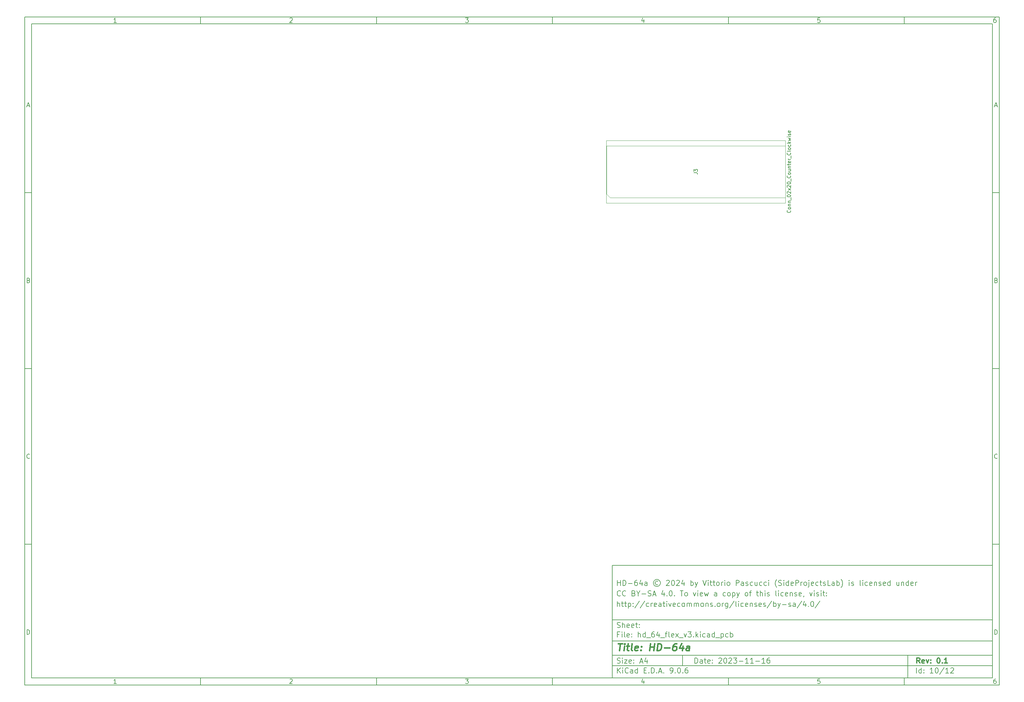
<source format=gbr>
%TF.GenerationSoftware,KiCad,Pcbnew,9.0.6*%
%TF.CreationDate,2025-11-27T00:35:39+01:00*%
%TF.ProjectId,hd_64_flex_v3,68645f36-345f-4666-9c65-785f76332e6b,0.1*%
%TF.SameCoordinates,PXd801da0PY3c45b00*%
%TF.FileFunction,AssemblyDrawing,Top*%
%FSLAX46Y46*%
G04 Gerber Fmt 4.6, Leading zero omitted, Abs format (unit mm)*
G04 Created by KiCad (PCBNEW 9.0.6) date 2025-11-27 00:35:39*
%MOMM*%
%LPD*%
G01*
G04 APERTURE LIST*
%ADD10C,0.100000*%
%ADD11C,0.150000*%
%ADD12C,0.300000*%
%ADD13C,0.400000*%
G04 APERTURE END LIST*
D10*
D11*
X-49497800Y-102807200D02*
X58502200Y-102807200D01*
X58502200Y-134807200D01*
X-49497800Y-134807200D01*
X-49497800Y-102807200D01*
D10*
D11*
X-216500000Y53200000D02*
X60502200Y53200000D01*
X60502200Y-136807200D01*
X-216500000Y-136807200D01*
X-216500000Y53200000D01*
D10*
D11*
X-214500000Y51200000D02*
X58502200Y51200000D01*
X58502200Y-134807200D01*
X-214500000Y-134807200D01*
X-214500000Y51200000D01*
D10*
D11*
X-166500000Y51200000D02*
X-166500000Y53200000D01*
D10*
D11*
X-116500000Y51200000D02*
X-116500000Y53200000D01*
D10*
D11*
X-66500000Y51200000D02*
X-66500000Y53200000D01*
D10*
D11*
X-16500000Y51200000D02*
X-16500000Y53200000D01*
D10*
D11*
X33500000Y51200000D02*
X33500000Y53200000D01*
D10*
D11*
X-190410840Y51606396D02*
X-191153697Y51606396D01*
X-190782269Y51606396D02*
X-190782269Y52906396D01*
X-190782269Y52906396D02*
X-190906078Y52720681D01*
X-190906078Y52720681D02*
X-191029888Y52596872D01*
X-191029888Y52596872D02*
X-191153697Y52534967D01*
D10*
D11*
X-141153697Y52782586D02*
X-141091793Y52844491D01*
X-141091793Y52844491D02*
X-140967983Y52906396D01*
X-140967983Y52906396D02*
X-140658459Y52906396D01*
X-140658459Y52906396D02*
X-140534650Y52844491D01*
X-140534650Y52844491D02*
X-140472745Y52782586D01*
X-140472745Y52782586D02*
X-140410840Y52658777D01*
X-140410840Y52658777D02*
X-140410840Y52534967D01*
X-140410840Y52534967D02*
X-140472745Y52349253D01*
X-140472745Y52349253D02*
X-141215602Y51606396D01*
X-141215602Y51606396D02*
X-140410840Y51606396D01*
D10*
D11*
X-91215602Y52906396D02*
X-90410840Y52906396D01*
X-90410840Y52906396D02*
X-90844174Y52411158D01*
X-90844174Y52411158D02*
X-90658459Y52411158D01*
X-90658459Y52411158D02*
X-90534650Y52349253D01*
X-90534650Y52349253D02*
X-90472745Y52287348D01*
X-90472745Y52287348D02*
X-90410840Y52163539D01*
X-90410840Y52163539D02*
X-90410840Y51854015D01*
X-90410840Y51854015D02*
X-90472745Y51730205D01*
X-90472745Y51730205D02*
X-90534650Y51668300D01*
X-90534650Y51668300D02*
X-90658459Y51606396D01*
X-90658459Y51606396D02*
X-91029888Y51606396D01*
X-91029888Y51606396D02*
X-91153697Y51668300D01*
X-91153697Y51668300D02*
X-91215602Y51730205D01*
D10*
D11*
X-40534650Y52473062D02*
X-40534650Y51606396D01*
X-40844174Y52968300D02*
X-41153697Y52039729D01*
X-41153697Y52039729D02*
X-40348936Y52039729D01*
D10*
D11*
X9527255Y52906396D02*
X8908207Y52906396D01*
X8908207Y52906396D02*
X8846303Y52287348D01*
X8846303Y52287348D02*
X8908207Y52349253D01*
X8908207Y52349253D02*
X9032017Y52411158D01*
X9032017Y52411158D02*
X9341541Y52411158D01*
X9341541Y52411158D02*
X9465350Y52349253D01*
X9465350Y52349253D02*
X9527255Y52287348D01*
X9527255Y52287348D02*
X9589160Y52163539D01*
X9589160Y52163539D02*
X9589160Y51854015D01*
X9589160Y51854015D02*
X9527255Y51730205D01*
X9527255Y51730205D02*
X9465350Y51668300D01*
X9465350Y51668300D02*
X9341541Y51606396D01*
X9341541Y51606396D02*
X9032017Y51606396D01*
X9032017Y51606396D02*
X8908207Y51668300D01*
X8908207Y51668300D02*
X8846303Y51730205D01*
D10*
D11*
X59465350Y52906396D02*
X59217731Y52906396D01*
X59217731Y52906396D02*
X59093922Y52844491D01*
X59093922Y52844491D02*
X59032017Y52782586D01*
X59032017Y52782586D02*
X58908207Y52596872D01*
X58908207Y52596872D02*
X58846303Y52349253D01*
X58846303Y52349253D02*
X58846303Y51854015D01*
X58846303Y51854015D02*
X58908207Y51730205D01*
X58908207Y51730205D02*
X58970112Y51668300D01*
X58970112Y51668300D02*
X59093922Y51606396D01*
X59093922Y51606396D02*
X59341541Y51606396D01*
X59341541Y51606396D02*
X59465350Y51668300D01*
X59465350Y51668300D02*
X59527255Y51730205D01*
X59527255Y51730205D02*
X59589160Y51854015D01*
X59589160Y51854015D02*
X59589160Y52163539D01*
X59589160Y52163539D02*
X59527255Y52287348D01*
X59527255Y52287348D02*
X59465350Y52349253D01*
X59465350Y52349253D02*
X59341541Y52411158D01*
X59341541Y52411158D02*
X59093922Y52411158D01*
X59093922Y52411158D02*
X58970112Y52349253D01*
X58970112Y52349253D02*
X58908207Y52287348D01*
X58908207Y52287348D02*
X58846303Y52163539D01*
D10*
D11*
X-166500000Y-134807200D02*
X-166500000Y-136807200D01*
D10*
D11*
X-116500000Y-134807200D02*
X-116500000Y-136807200D01*
D10*
D11*
X-66500000Y-134807200D02*
X-66500000Y-136807200D01*
D10*
D11*
X-16500000Y-134807200D02*
X-16500000Y-136807200D01*
D10*
D11*
X33500000Y-134807200D02*
X33500000Y-136807200D01*
D10*
D11*
X-190410840Y-136400804D02*
X-191153697Y-136400804D01*
X-190782269Y-136400804D02*
X-190782269Y-135100804D01*
X-190782269Y-135100804D02*
X-190906078Y-135286519D01*
X-190906078Y-135286519D02*
X-191029888Y-135410328D01*
X-191029888Y-135410328D02*
X-191153697Y-135472233D01*
D10*
D11*
X-141153697Y-135224614D02*
X-141091793Y-135162709D01*
X-141091793Y-135162709D02*
X-140967983Y-135100804D01*
X-140967983Y-135100804D02*
X-140658459Y-135100804D01*
X-140658459Y-135100804D02*
X-140534650Y-135162709D01*
X-140534650Y-135162709D02*
X-140472745Y-135224614D01*
X-140472745Y-135224614D02*
X-140410840Y-135348423D01*
X-140410840Y-135348423D02*
X-140410840Y-135472233D01*
X-140410840Y-135472233D02*
X-140472745Y-135657947D01*
X-140472745Y-135657947D02*
X-141215602Y-136400804D01*
X-141215602Y-136400804D02*
X-140410840Y-136400804D01*
D10*
D11*
X-91215602Y-135100804D02*
X-90410840Y-135100804D01*
X-90410840Y-135100804D02*
X-90844174Y-135596042D01*
X-90844174Y-135596042D02*
X-90658459Y-135596042D01*
X-90658459Y-135596042D02*
X-90534650Y-135657947D01*
X-90534650Y-135657947D02*
X-90472745Y-135719852D01*
X-90472745Y-135719852D02*
X-90410840Y-135843661D01*
X-90410840Y-135843661D02*
X-90410840Y-136153185D01*
X-90410840Y-136153185D02*
X-90472745Y-136276995D01*
X-90472745Y-136276995D02*
X-90534650Y-136338900D01*
X-90534650Y-136338900D02*
X-90658459Y-136400804D01*
X-90658459Y-136400804D02*
X-91029888Y-136400804D01*
X-91029888Y-136400804D02*
X-91153697Y-136338900D01*
X-91153697Y-136338900D02*
X-91215602Y-136276995D01*
D10*
D11*
X-40534650Y-135534138D02*
X-40534650Y-136400804D01*
X-40844174Y-135038900D02*
X-41153697Y-135967471D01*
X-41153697Y-135967471D02*
X-40348936Y-135967471D01*
D10*
D11*
X9527255Y-135100804D02*
X8908207Y-135100804D01*
X8908207Y-135100804D02*
X8846303Y-135719852D01*
X8846303Y-135719852D02*
X8908207Y-135657947D01*
X8908207Y-135657947D02*
X9032017Y-135596042D01*
X9032017Y-135596042D02*
X9341541Y-135596042D01*
X9341541Y-135596042D02*
X9465350Y-135657947D01*
X9465350Y-135657947D02*
X9527255Y-135719852D01*
X9527255Y-135719852D02*
X9589160Y-135843661D01*
X9589160Y-135843661D02*
X9589160Y-136153185D01*
X9589160Y-136153185D02*
X9527255Y-136276995D01*
X9527255Y-136276995D02*
X9465350Y-136338900D01*
X9465350Y-136338900D02*
X9341541Y-136400804D01*
X9341541Y-136400804D02*
X9032017Y-136400804D01*
X9032017Y-136400804D02*
X8908207Y-136338900D01*
X8908207Y-136338900D02*
X8846303Y-136276995D01*
D10*
D11*
X59465350Y-135100804D02*
X59217731Y-135100804D01*
X59217731Y-135100804D02*
X59093922Y-135162709D01*
X59093922Y-135162709D02*
X59032017Y-135224614D01*
X59032017Y-135224614D02*
X58908207Y-135410328D01*
X58908207Y-135410328D02*
X58846303Y-135657947D01*
X58846303Y-135657947D02*
X58846303Y-136153185D01*
X58846303Y-136153185D02*
X58908207Y-136276995D01*
X58908207Y-136276995D02*
X58970112Y-136338900D01*
X58970112Y-136338900D02*
X59093922Y-136400804D01*
X59093922Y-136400804D02*
X59341541Y-136400804D01*
X59341541Y-136400804D02*
X59465350Y-136338900D01*
X59465350Y-136338900D02*
X59527255Y-136276995D01*
X59527255Y-136276995D02*
X59589160Y-136153185D01*
X59589160Y-136153185D02*
X59589160Y-135843661D01*
X59589160Y-135843661D02*
X59527255Y-135719852D01*
X59527255Y-135719852D02*
X59465350Y-135657947D01*
X59465350Y-135657947D02*
X59341541Y-135596042D01*
X59341541Y-135596042D02*
X59093922Y-135596042D01*
X59093922Y-135596042D02*
X58970112Y-135657947D01*
X58970112Y-135657947D02*
X58908207Y-135719852D01*
X58908207Y-135719852D02*
X58846303Y-135843661D01*
D10*
D11*
X-216500000Y3200000D02*
X-214500000Y3200000D01*
D10*
D11*
X-216500000Y-46800000D02*
X-214500000Y-46800000D01*
D10*
D11*
X-216500000Y-96800000D02*
X-214500000Y-96800000D01*
D10*
D11*
X-215809524Y27977824D02*
X-215190477Y27977824D01*
X-215933334Y27606396D02*
X-215500001Y28906396D01*
X-215500001Y28906396D02*
X-215066667Y27606396D01*
D10*
D11*
X-215407143Y-21712652D02*
X-215221429Y-21774557D01*
X-215221429Y-21774557D02*
X-215159524Y-21836461D01*
X-215159524Y-21836461D02*
X-215097620Y-21960271D01*
X-215097620Y-21960271D02*
X-215097620Y-22145985D01*
X-215097620Y-22145985D02*
X-215159524Y-22269795D01*
X-215159524Y-22269795D02*
X-215221429Y-22331700D01*
X-215221429Y-22331700D02*
X-215345239Y-22393604D01*
X-215345239Y-22393604D02*
X-215840477Y-22393604D01*
X-215840477Y-22393604D02*
X-215840477Y-21093604D01*
X-215840477Y-21093604D02*
X-215407143Y-21093604D01*
X-215407143Y-21093604D02*
X-215283334Y-21155509D01*
X-215283334Y-21155509D02*
X-215221429Y-21217414D01*
X-215221429Y-21217414D02*
X-215159524Y-21341223D01*
X-215159524Y-21341223D02*
X-215159524Y-21465033D01*
X-215159524Y-21465033D02*
X-215221429Y-21588842D01*
X-215221429Y-21588842D02*
X-215283334Y-21650747D01*
X-215283334Y-21650747D02*
X-215407143Y-21712652D01*
X-215407143Y-21712652D02*
X-215840477Y-21712652D01*
D10*
D11*
X-215097620Y-72269795D02*
X-215159524Y-72331700D01*
X-215159524Y-72331700D02*
X-215345239Y-72393604D01*
X-215345239Y-72393604D02*
X-215469048Y-72393604D01*
X-215469048Y-72393604D02*
X-215654762Y-72331700D01*
X-215654762Y-72331700D02*
X-215778572Y-72207890D01*
X-215778572Y-72207890D02*
X-215840477Y-72084080D01*
X-215840477Y-72084080D02*
X-215902381Y-71836461D01*
X-215902381Y-71836461D02*
X-215902381Y-71650747D01*
X-215902381Y-71650747D02*
X-215840477Y-71403128D01*
X-215840477Y-71403128D02*
X-215778572Y-71279319D01*
X-215778572Y-71279319D02*
X-215654762Y-71155509D01*
X-215654762Y-71155509D02*
X-215469048Y-71093604D01*
X-215469048Y-71093604D02*
X-215345239Y-71093604D01*
X-215345239Y-71093604D02*
X-215159524Y-71155509D01*
X-215159524Y-71155509D02*
X-215097620Y-71217414D01*
D10*
D11*
X-215840477Y-122393604D02*
X-215840477Y-121093604D01*
X-215840477Y-121093604D02*
X-215530953Y-121093604D01*
X-215530953Y-121093604D02*
X-215345239Y-121155509D01*
X-215345239Y-121155509D02*
X-215221429Y-121279319D01*
X-215221429Y-121279319D02*
X-215159524Y-121403128D01*
X-215159524Y-121403128D02*
X-215097620Y-121650747D01*
X-215097620Y-121650747D02*
X-215097620Y-121836461D01*
X-215097620Y-121836461D02*
X-215159524Y-122084080D01*
X-215159524Y-122084080D02*
X-215221429Y-122207890D01*
X-215221429Y-122207890D02*
X-215345239Y-122331700D01*
X-215345239Y-122331700D02*
X-215530953Y-122393604D01*
X-215530953Y-122393604D02*
X-215840477Y-122393604D01*
D10*
D11*
X60502200Y3200000D02*
X58502200Y3200000D01*
D10*
D11*
X60502200Y-46800000D02*
X58502200Y-46800000D01*
D10*
D11*
X60502200Y-96800000D02*
X58502200Y-96800000D01*
D10*
D11*
X59192676Y27977824D02*
X59811723Y27977824D01*
X59068866Y27606396D02*
X59502199Y28906396D01*
X59502199Y28906396D02*
X59935533Y27606396D01*
D10*
D11*
X59595057Y-21712652D02*
X59780771Y-21774557D01*
X59780771Y-21774557D02*
X59842676Y-21836461D01*
X59842676Y-21836461D02*
X59904580Y-21960271D01*
X59904580Y-21960271D02*
X59904580Y-22145985D01*
X59904580Y-22145985D02*
X59842676Y-22269795D01*
X59842676Y-22269795D02*
X59780771Y-22331700D01*
X59780771Y-22331700D02*
X59656961Y-22393604D01*
X59656961Y-22393604D02*
X59161723Y-22393604D01*
X59161723Y-22393604D02*
X59161723Y-21093604D01*
X59161723Y-21093604D02*
X59595057Y-21093604D01*
X59595057Y-21093604D02*
X59718866Y-21155509D01*
X59718866Y-21155509D02*
X59780771Y-21217414D01*
X59780771Y-21217414D02*
X59842676Y-21341223D01*
X59842676Y-21341223D02*
X59842676Y-21465033D01*
X59842676Y-21465033D02*
X59780771Y-21588842D01*
X59780771Y-21588842D02*
X59718866Y-21650747D01*
X59718866Y-21650747D02*
X59595057Y-21712652D01*
X59595057Y-21712652D02*
X59161723Y-21712652D01*
D10*
D11*
X59904580Y-72269795D02*
X59842676Y-72331700D01*
X59842676Y-72331700D02*
X59656961Y-72393604D01*
X59656961Y-72393604D02*
X59533152Y-72393604D01*
X59533152Y-72393604D02*
X59347438Y-72331700D01*
X59347438Y-72331700D02*
X59223628Y-72207890D01*
X59223628Y-72207890D02*
X59161723Y-72084080D01*
X59161723Y-72084080D02*
X59099819Y-71836461D01*
X59099819Y-71836461D02*
X59099819Y-71650747D01*
X59099819Y-71650747D02*
X59161723Y-71403128D01*
X59161723Y-71403128D02*
X59223628Y-71279319D01*
X59223628Y-71279319D02*
X59347438Y-71155509D01*
X59347438Y-71155509D02*
X59533152Y-71093604D01*
X59533152Y-71093604D02*
X59656961Y-71093604D01*
X59656961Y-71093604D02*
X59842676Y-71155509D01*
X59842676Y-71155509D02*
X59904580Y-71217414D01*
D10*
D11*
X59161723Y-122393604D02*
X59161723Y-121093604D01*
X59161723Y-121093604D02*
X59471247Y-121093604D01*
X59471247Y-121093604D02*
X59656961Y-121155509D01*
X59656961Y-121155509D02*
X59780771Y-121279319D01*
X59780771Y-121279319D02*
X59842676Y-121403128D01*
X59842676Y-121403128D02*
X59904580Y-121650747D01*
X59904580Y-121650747D02*
X59904580Y-121836461D01*
X59904580Y-121836461D02*
X59842676Y-122084080D01*
X59842676Y-122084080D02*
X59780771Y-122207890D01*
X59780771Y-122207890D02*
X59656961Y-122331700D01*
X59656961Y-122331700D02*
X59471247Y-122393604D01*
X59471247Y-122393604D02*
X59161723Y-122393604D01*
D10*
D11*
X-26041974Y-130593328D02*
X-26041974Y-129093328D01*
X-26041974Y-129093328D02*
X-25684831Y-129093328D01*
X-25684831Y-129093328D02*
X-25470545Y-129164757D01*
X-25470545Y-129164757D02*
X-25327688Y-129307614D01*
X-25327688Y-129307614D02*
X-25256259Y-129450471D01*
X-25256259Y-129450471D02*
X-25184831Y-129736185D01*
X-25184831Y-129736185D02*
X-25184831Y-129950471D01*
X-25184831Y-129950471D02*
X-25256259Y-130236185D01*
X-25256259Y-130236185D02*
X-25327688Y-130379042D01*
X-25327688Y-130379042D02*
X-25470545Y-130521900D01*
X-25470545Y-130521900D02*
X-25684831Y-130593328D01*
X-25684831Y-130593328D02*
X-26041974Y-130593328D01*
X-23899116Y-130593328D02*
X-23899116Y-129807614D01*
X-23899116Y-129807614D02*
X-23970545Y-129664757D01*
X-23970545Y-129664757D02*
X-24113402Y-129593328D01*
X-24113402Y-129593328D02*
X-24399116Y-129593328D01*
X-24399116Y-129593328D02*
X-24541974Y-129664757D01*
X-23899116Y-130521900D02*
X-24041974Y-130593328D01*
X-24041974Y-130593328D02*
X-24399116Y-130593328D01*
X-24399116Y-130593328D02*
X-24541974Y-130521900D01*
X-24541974Y-130521900D02*
X-24613402Y-130379042D01*
X-24613402Y-130379042D02*
X-24613402Y-130236185D01*
X-24613402Y-130236185D02*
X-24541974Y-130093328D01*
X-24541974Y-130093328D02*
X-24399116Y-130021900D01*
X-24399116Y-130021900D02*
X-24041974Y-130021900D01*
X-24041974Y-130021900D02*
X-23899116Y-129950471D01*
X-23399116Y-129593328D02*
X-22827688Y-129593328D01*
X-23184831Y-129093328D02*
X-23184831Y-130379042D01*
X-23184831Y-130379042D02*
X-23113402Y-130521900D01*
X-23113402Y-130521900D02*
X-22970545Y-130593328D01*
X-22970545Y-130593328D02*
X-22827688Y-130593328D01*
X-21756259Y-130521900D02*
X-21899116Y-130593328D01*
X-21899116Y-130593328D02*
X-22184830Y-130593328D01*
X-22184830Y-130593328D02*
X-22327688Y-130521900D01*
X-22327688Y-130521900D02*
X-22399116Y-130379042D01*
X-22399116Y-130379042D02*
X-22399116Y-129807614D01*
X-22399116Y-129807614D02*
X-22327688Y-129664757D01*
X-22327688Y-129664757D02*
X-22184830Y-129593328D01*
X-22184830Y-129593328D02*
X-21899116Y-129593328D01*
X-21899116Y-129593328D02*
X-21756259Y-129664757D01*
X-21756259Y-129664757D02*
X-21684830Y-129807614D01*
X-21684830Y-129807614D02*
X-21684830Y-129950471D01*
X-21684830Y-129950471D02*
X-22399116Y-130093328D01*
X-21041974Y-130450471D02*
X-20970545Y-130521900D01*
X-20970545Y-130521900D02*
X-21041974Y-130593328D01*
X-21041974Y-130593328D02*
X-21113402Y-130521900D01*
X-21113402Y-130521900D02*
X-21041974Y-130450471D01*
X-21041974Y-130450471D02*
X-21041974Y-130593328D01*
X-21041974Y-129664757D02*
X-20970545Y-129736185D01*
X-20970545Y-129736185D02*
X-21041974Y-129807614D01*
X-21041974Y-129807614D02*
X-21113402Y-129736185D01*
X-21113402Y-129736185D02*
X-21041974Y-129664757D01*
X-21041974Y-129664757D02*
X-21041974Y-129807614D01*
X-19256259Y-129236185D02*
X-19184831Y-129164757D01*
X-19184831Y-129164757D02*
X-19041973Y-129093328D01*
X-19041973Y-129093328D02*
X-18684831Y-129093328D01*
X-18684831Y-129093328D02*
X-18541973Y-129164757D01*
X-18541973Y-129164757D02*
X-18470545Y-129236185D01*
X-18470545Y-129236185D02*
X-18399116Y-129379042D01*
X-18399116Y-129379042D02*
X-18399116Y-129521900D01*
X-18399116Y-129521900D02*
X-18470545Y-129736185D01*
X-18470545Y-129736185D02*
X-19327688Y-130593328D01*
X-19327688Y-130593328D02*
X-18399116Y-130593328D01*
X-17470545Y-129093328D02*
X-17327688Y-129093328D01*
X-17327688Y-129093328D02*
X-17184831Y-129164757D01*
X-17184831Y-129164757D02*
X-17113402Y-129236185D01*
X-17113402Y-129236185D02*
X-17041974Y-129379042D01*
X-17041974Y-129379042D02*
X-16970545Y-129664757D01*
X-16970545Y-129664757D02*
X-16970545Y-130021900D01*
X-16970545Y-130021900D02*
X-17041974Y-130307614D01*
X-17041974Y-130307614D02*
X-17113402Y-130450471D01*
X-17113402Y-130450471D02*
X-17184831Y-130521900D01*
X-17184831Y-130521900D02*
X-17327688Y-130593328D01*
X-17327688Y-130593328D02*
X-17470545Y-130593328D01*
X-17470545Y-130593328D02*
X-17613402Y-130521900D01*
X-17613402Y-130521900D02*
X-17684831Y-130450471D01*
X-17684831Y-130450471D02*
X-17756260Y-130307614D01*
X-17756260Y-130307614D02*
X-17827688Y-130021900D01*
X-17827688Y-130021900D02*
X-17827688Y-129664757D01*
X-17827688Y-129664757D02*
X-17756260Y-129379042D01*
X-17756260Y-129379042D02*
X-17684831Y-129236185D01*
X-17684831Y-129236185D02*
X-17613402Y-129164757D01*
X-17613402Y-129164757D02*
X-17470545Y-129093328D01*
X-16399117Y-129236185D02*
X-16327689Y-129164757D01*
X-16327689Y-129164757D02*
X-16184831Y-129093328D01*
X-16184831Y-129093328D02*
X-15827689Y-129093328D01*
X-15827689Y-129093328D02*
X-15684831Y-129164757D01*
X-15684831Y-129164757D02*
X-15613403Y-129236185D01*
X-15613403Y-129236185D02*
X-15541974Y-129379042D01*
X-15541974Y-129379042D02*
X-15541974Y-129521900D01*
X-15541974Y-129521900D02*
X-15613403Y-129736185D01*
X-15613403Y-129736185D02*
X-16470546Y-130593328D01*
X-16470546Y-130593328D02*
X-15541974Y-130593328D01*
X-15041975Y-129093328D02*
X-14113403Y-129093328D01*
X-14113403Y-129093328D02*
X-14613403Y-129664757D01*
X-14613403Y-129664757D02*
X-14399118Y-129664757D01*
X-14399118Y-129664757D02*
X-14256260Y-129736185D01*
X-14256260Y-129736185D02*
X-14184832Y-129807614D01*
X-14184832Y-129807614D02*
X-14113403Y-129950471D01*
X-14113403Y-129950471D02*
X-14113403Y-130307614D01*
X-14113403Y-130307614D02*
X-14184832Y-130450471D01*
X-14184832Y-130450471D02*
X-14256260Y-130521900D01*
X-14256260Y-130521900D02*
X-14399118Y-130593328D01*
X-14399118Y-130593328D02*
X-14827689Y-130593328D01*
X-14827689Y-130593328D02*
X-14970546Y-130521900D01*
X-14970546Y-130521900D02*
X-15041975Y-130450471D01*
X-13470547Y-130021900D02*
X-12327689Y-130021900D01*
X-10827689Y-130593328D02*
X-11684832Y-130593328D01*
X-11256261Y-130593328D02*
X-11256261Y-129093328D01*
X-11256261Y-129093328D02*
X-11399118Y-129307614D01*
X-11399118Y-129307614D02*
X-11541975Y-129450471D01*
X-11541975Y-129450471D02*
X-11684832Y-129521900D01*
X-9399118Y-130593328D02*
X-10256261Y-130593328D01*
X-9827690Y-130593328D02*
X-9827690Y-129093328D01*
X-9827690Y-129093328D02*
X-9970547Y-129307614D01*
X-9970547Y-129307614D02*
X-10113404Y-129450471D01*
X-10113404Y-129450471D02*
X-10256261Y-129521900D01*
X-8756262Y-130021900D02*
X-7613404Y-130021900D01*
X-6113404Y-130593328D02*
X-6970547Y-130593328D01*
X-6541976Y-130593328D02*
X-6541976Y-129093328D01*
X-6541976Y-129093328D02*
X-6684833Y-129307614D01*
X-6684833Y-129307614D02*
X-6827690Y-129450471D01*
X-6827690Y-129450471D02*
X-6970547Y-129521900D01*
X-4827690Y-129093328D02*
X-5113405Y-129093328D01*
X-5113405Y-129093328D02*
X-5256262Y-129164757D01*
X-5256262Y-129164757D02*
X-5327690Y-129236185D01*
X-5327690Y-129236185D02*
X-5470548Y-129450471D01*
X-5470548Y-129450471D02*
X-5541976Y-129736185D01*
X-5541976Y-129736185D02*
X-5541976Y-130307614D01*
X-5541976Y-130307614D02*
X-5470548Y-130450471D01*
X-5470548Y-130450471D02*
X-5399119Y-130521900D01*
X-5399119Y-130521900D02*
X-5256262Y-130593328D01*
X-5256262Y-130593328D02*
X-4970548Y-130593328D01*
X-4970548Y-130593328D02*
X-4827690Y-130521900D01*
X-4827690Y-130521900D02*
X-4756262Y-130450471D01*
X-4756262Y-130450471D02*
X-4684833Y-130307614D01*
X-4684833Y-130307614D02*
X-4684833Y-129950471D01*
X-4684833Y-129950471D02*
X-4756262Y-129807614D01*
X-4756262Y-129807614D02*
X-4827690Y-129736185D01*
X-4827690Y-129736185D02*
X-4970548Y-129664757D01*
X-4970548Y-129664757D02*
X-5256262Y-129664757D01*
X-5256262Y-129664757D02*
X-5399119Y-129736185D01*
X-5399119Y-129736185D02*
X-5470548Y-129807614D01*
X-5470548Y-129807614D02*
X-5541976Y-129950471D01*
D10*
D11*
X-49497800Y-131307200D02*
X58502200Y-131307200D01*
D10*
D11*
X-48041974Y-133393328D02*
X-48041974Y-131893328D01*
X-47184831Y-133393328D02*
X-47827688Y-132536185D01*
X-47184831Y-131893328D02*
X-48041974Y-132750471D01*
X-46541974Y-133393328D02*
X-46541974Y-132393328D01*
X-46541974Y-131893328D02*
X-46613402Y-131964757D01*
X-46613402Y-131964757D02*
X-46541974Y-132036185D01*
X-46541974Y-132036185D02*
X-46470545Y-131964757D01*
X-46470545Y-131964757D02*
X-46541974Y-131893328D01*
X-46541974Y-131893328D02*
X-46541974Y-132036185D01*
X-44970545Y-133250471D02*
X-45041973Y-133321900D01*
X-45041973Y-133321900D02*
X-45256259Y-133393328D01*
X-45256259Y-133393328D02*
X-45399116Y-133393328D01*
X-45399116Y-133393328D02*
X-45613402Y-133321900D01*
X-45613402Y-133321900D02*
X-45756259Y-133179042D01*
X-45756259Y-133179042D02*
X-45827688Y-133036185D01*
X-45827688Y-133036185D02*
X-45899116Y-132750471D01*
X-45899116Y-132750471D02*
X-45899116Y-132536185D01*
X-45899116Y-132536185D02*
X-45827688Y-132250471D01*
X-45827688Y-132250471D02*
X-45756259Y-132107614D01*
X-45756259Y-132107614D02*
X-45613402Y-131964757D01*
X-45613402Y-131964757D02*
X-45399116Y-131893328D01*
X-45399116Y-131893328D02*
X-45256259Y-131893328D01*
X-45256259Y-131893328D02*
X-45041973Y-131964757D01*
X-45041973Y-131964757D02*
X-44970545Y-132036185D01*
X-43684830Y-133393328D02*
X-43684830Y-132607614D01*
X-43684830Y-132607614D02*
X-43756259Y-132464757D01*
X-43756259Y-132464757D02*
X-43899116Y-132393328D01*
X-43899116Y-132393328D02*
X-44184830Y-132393328D01*
X-44184830Y-132393328D02*
X-44327688Y-132464757D01*
X-43684830Y-133321900D02*
X-43827688Y-133393328D01*
X-43827688Y-133393328D02*
X-44184830Y-133393328D01*
X-44184830Y-133393328D02*
X-44327688Y-133321900D01*
X-44327688Y-133321900D02*
X-44399116Y-133179042D01*
X-44399116Y-133179042D02*
X-44399116Y-133036185D01*
X-44399116Y-133036185D02*
X-44327688Y-132893328D01*
X-44327688Y-132893328D02*
X-44184830Y-132821900D01*
X-44184830Y-132821900D02*
X-43827688Y-132821900D01*
X-43827688Y-132821900D02*
X-43684830Y-132750471D01*
X-42327687Y-133393328D02*
X-42327687Y-131893328D01*
X-42327687Y-133321900D02*
X-42470545Y-133393328D01*
X-42470545Y-133393328D02*
X-42756259Y-133393328D01*
X-42756259Y-133393328D02*
X-42899116Y-133321900D01*
X-42899116Y-133321900D02*
X-42970545Y-133250471D01*
X-42970545Y-133250471D02*
X-43041973Y-133107614D01*
X-43041973Y-133107614D02*
X-43041973Y-132679042D01*
X-43041973Y-132679042D02*
X-42970545Y-132536185D01*
X-42970545Y-132536185D02*
X-42899116Y-132464757D01*
X-42899116Y-132464757D02*
X-42756259Y-132393328D01*
X-42756259Y-132393328D02*
X-42470545Y-132393328D01*
X-42470545Y-132393328D02*
X-42327687Y-132464757D01*
X-40470545Y-132607614D02*
X-39970545Y-132607614D01*
X-39756259Y-133393328D02*
X-40470545Y-133393328D01*
X-40470545Y-133393328D02*
X-40470545Y-131893328D01*
X-40470545Y-131893328D02*
X-39756259Y-131893328D01*
X-39113402Y-133250471D02*
X-39041973Y-133321900D01*
X-39041973Y-133321900D02*
X-39113402Y-133393328D01*
X-39113402Y-133393328D02*
X-39184830Y-133321900D01*
X-39184830Y-133321900D02*
X-39113402Y-133250471D01*
X-39113402Y-133250471D02*
X-39113402Y-133393328D01*
X-38399116Y-133393328D02*
X-38399116Y-131893328D01*
X-38399116Y-131893328D02*
X-38041973Y-131893328D01*
X-38041973Y-131893328D02*
X-37827687Y-131964757D01*
X-37827687Y-131964757D02*
X-37684830Y-132107614D01*
X-37684830Y-132107614D02*
X-37613401Y-132250471D01*
X-37613401Y-132250471D02*
X-37541973Y-132536185D01*
X-37541973Y-132536185D02*
X-37541973Y-132750471D01*
X-37541973Y-132750471D02*
X-37613401Y-133036185D01*
X-37613401Y-133036185D02*
X-37684830Y-133179042D01*
X-37684830Y-133179042D02*
X-37827687Y-133321900D01*
X-37827687Y-133321900D02*
X-38041973Y-133393328D01*
X-38041973Y-133393328D02*
X-38399116Y-133393328D01*
X-36899116Y-133250471D02*
X-36827687Y-133321900D01*
X-36827687Y-133321900D02*
X-36899116Y-133393328D01*
X-36899116Y-133393328D02*
X-36970544Y-133321900D01*
X-36970544Y-133321900D02*
X-36899116Y-133250471D01*
X-36899116Y-133250471D02*
X-36899116Y-133393328D01*
X-36256258Y-132964757D02*
X-35541972Y-132964757D01*
X-36399115Y-133393328D02*
X-35899115Y-131893328D01*
X-35899115Y-131893328D02*
X-35399115Y-133393328D01*
X-34899116Y-133250471D02*
X-34827687Y-133321900D01*
X-34827687Y-133321900D02*
X-34899116Y-133393328D01*
X-34899116Y-133393328D02*
X-34970544Y-133321900D01*
X-34970544Y-133321900D02*
X-34899116Y-133250471D01*
X-34899116Y-133250471D02*
X-34899116Y-133393328D01*
X-32970544Y-133393328D02*
X-32684830Y-133393328D01*
X-32684830Y-133393328D02*
X-32541973Y-133321900D01*
X-32541973Y-133321900D02*
X-32470544Y-133250471D01*
X-32470544Y-133250471D02*
X-32327687Y-133036185D01*
X-32327687Y-133036185D02*
X-32256258Y-132750471D01*
X-32256258Y-132750471D02*
X-32256258Y-132179042D01*
X-32256258Y-132179042D02*
X-32327687Y-132036185D01*
X-32327687Y-132036185D02*
X-32399115Y-131964757D01*
X-32399115Y-131964757D02*
X-32541973Y-131893328D01*
X-32541973Y-131893328D02*
X-32827687Y-131893328D01*
X-32827687Y-131893328D02*
X-32970544Y-131964757D01*
X-32970544Y-131964757D02*
X-33041973Y-132036185D01*
X-33041973Y-132036185D02*
X-33113401Y-132179042D01*
X-33113401Y-132179042D02*
X-33113401Y-132536185D01*
X-33113401Y-132536185D02*
X-33041973Y-132679042D01*
X-33041973Y-132679042D02*
X-32970544Y-132750471D01*
X-32970544Y-132750471D02*
X-32827687Y-132821900D01*
X-32827687Y-132821900D02*
X-32541973Y-132821900D01*
X-32541973Y-132821900D02*
X-32399115Y-132750471D01*
X-32399115Y-132750471D02*
X-32327687Y-132679042D01*
X-32327687Y-132679042D02*
X-32256258Y-132536185D01*
X-31613402Y-133250471D02*
X-31541973Y-133321900D01*
X-31541973Y-133321900D02*
X-31613402Y-133393328D01*
X-31613402Y-133393328D02*
X-31684830Y-133321900D01*
X-31684830Y-133321900D02*
X-31613402Y-133250471D01*
X-31613402Y-133250471D02*
X-31613402Y-133393328D01*
X-30613401Y-131893328D02*
X-30470544Y-131893328D01*
X-30470544Y-131893328D02*
X-30327687Y-131964757D01*
X-30327687Y-131964757D02*
X-30256258Y-132036185D01*
X-30256258Y-132036185D02*
X-30184830Y-132179042D01*
X-30184830Y-132179042D02*
X-30113401Y-132464757D01*
X-30113401Y-132464757D02*
X-30113401Y-132821900D01*
X-30113401Y-132821900D02*
X-30184830Y-133107614D01*
X-30184830Y-133107614D02*
X-30256258Y-133250471D01*
X-30256258Y-133250471D02*
X-30327687Y-133321900D01*
X-30327687Y-133321900D02*
X-30470544Y-133393328D01*
X-30470544Y-133393328D02*
X-30613401Y-133393328D01*
X-30613401Y-133393328D02*
X-30756258Y-133321900D01*
X-30756258Y-133321900D02*
X-30827687Y-133250471D01*
X-30827687Y-133250471D02*
X-30899116Y-133107614D01*
X-30899116Y-133107614D02*
X-30970544Y-132821900D01*
X-30970544Y-132821900D02*
X-30970544Y-132464757D01*
X-30970544Y-132464757D02*
X-30899116Y-132179042D01*
X-30899116Y-132179042D02*
X-30827687Y-132036185D01*
X-30827687Y-132036185D02*
X-30756258Y-131964757D01*
X-30756258Y-131964757D02*
X-30613401Y-131893328D01*
X-29470545Y-133250471D02*
X-29399116Y-133321900D01*
X-29399116Y-133321900D02*
X-29470545Y-133393328D01*
X-29470545Y-133393328D02*
X-29541973Y-133321900D01*
X-29541973Y-133321900D02*
X-29470545Y-133250471D01*
X-29470545Y-133250471D02*
X-29470545Y-133393328D01*
X-28113401Y-131893328D02*
X-28399116Y-131893328D01*
X-28399116Y-131893328D02*
X-28541973Y-131964757D01*
X-28541973Y-131964757D02*
X-28613401Y-132036185D01*
X-28613401Y-132036185D02*
X-28756259Y-132250471D01*
X-28756259Y-132250471D02*
X-28827687Y-132536185D01*
X-28827687Y-132536185D02*
X-28827687Y-133107614D01*
X-28827687Y-133107614D02*
X-28756259Y-133250471D01*
X-28756259Y-133250471D02*
X-28684830Y-133321900D01*
X-28684830Y-133321900D02*
X-28541973Y-133393328D01*
X-28541973Y-133393328D02*
X-28256259Y-133393328D01*
X-28256259Y-133393328D02*
X-28113401Y-133321900D01*
X-28113401Y-133321900D02*
X-28041973Y-133250471D01*
X-28041973Y-133250471D02*
X-27970544Y-133107614D01*
X-27970544Y-133107614D02*
X-27970544Y-132750471D01*
X-27970544Y-132750471D02*
X-28041973Y-132607614D01*
X-28041973Y-132607614D02*
X-28113401Y-132536185D01*
X-28113401Y-132536185D02*
X-28256259Y-132464757D01*
X-28256259Y-132464757D02*
X-28541973Y-132464757D01*
X-28541973Y-132464757D02*
X-28684830Y-132536185D01*
X-28684830Y-132536185D02*
X-28756259Y-132607614D01*
X-28756259Y-132607614D02*
X-28827687Y-132750471D01*
D10*
D11*
X-49497800Y-128307200D02*
X58502200Y-128307200D01*
D10*
D12*
X37913853Y-130585528D02*
X37413853Y-129871242D01*
X37056710Y-130585528D02*
X37056710Y-129085528D01*
X37056710Y-129085528D02*
X37628139Y-129085528D01*
X37628139Y-129085528D02*
X37770996Y-129156957D01*
X37770996Y-129156957D02*
X37842425Y-129228385D01*
X37842425Y-129228385D02*
X37913853Y-129371242D01*
X37913853Y-129371242D02*
X37913853Y-129585528D01*
X37913853Y-129585528D02*
X37842425Y-129728385D01*
X37842425Y-129728385D02*
X37770996Y-129799814D01*
X37770996Y-129799814D02*
X37628139Y-129871242D01*
X37628139Y-129871242D02*
X37056710Y-129871242D01*
X39128139Y-130514100D02*
X38985282Y-130585528D01*
X38985282Y-130585528D02*
X38699568Y-130585528D01*
X38699568Y-130585528D02*
X38556710Y-130514100D01*
X38556710Y-130514100D02*
X38485282Y-130371242D01*
X38485282Y-130371242D02*
X38485282Y-129799814D01*
X38485282Y-129799814D02*
X38556710Y-129656957D01*
X38556710Y-129656957D02*
X38699568Y-129585528D01*
X38699568Y-129585528D02*
X38985282Y-129585528D01*
X38985282Y-129585528D02*
X39128139Y-129656957D01*
X39128139Y-129656957D02*
X39199568Y-129799814D01*
X39199568Y-129799814D02*
X39199568Y-129942671D01*
X39199568Y-129942671D02*
X38485282Y-130085528D01*
X39699567Y-129585528D02*
X40056710Y-130585528D01*
X40056710Y-130585528D02*
X40413853Y-129585528D01*
X40985281Y-130442671D02*
X41056710Y-130514100D01*
X41056710Y-130514100D02*
X40985281Y-130585528D01*
X40985281Y-130585528D02*
X40913853Y-130514100D01*
X40913853Y-130514100D02*
X40985281Y-130442671D01*
X40985281Y-130442671D02*
X40985281Y-130585528D01*
X40985281Y-129656957D02*
X41056710Y-129728385D01*
X41056710Y-129728385D02*
X40985281Y-129799814D01*
X40985281Y-129799814D02*
X40913853Y-129728385D01*
X40913853Y-129728385D02*
X40985281Y-129656957D01*
X40985281Y-129656957D02*
X40985281Y-129799814D01*
X43128139Y-129085528D02*
X43270996Y-129085528D01*
X43270996Y-129085528D02*
X43413853Y-129156957D01*
X43413853Y-129156957D02*
X43485282Y-129228385D01*
X43485282Y-129228385D02*
X43556710Y-129371242D01*
X43556710Y-129371242D02*
X43628139Y-129656957D01*
X43628139Y-129656957D02*
X43628139Y-130014100D01*
X43628139Y-130014100D02*
X43556710Y-130299814D01*
X43556710Y-130299814D02*
X43485282Y-130442671D01*
X43485282Y-130442671D02*
X43413853Y-130514100D01*
X43413853Y-130514100D02*
X43270996Y-130585528D01*
X43270996Y-130585528D02*
X43128139Y-130585528D01*
X43128139Y-130585528D02*
X42985282Y-130514100D01*
X42985282Y-130514100D02*
X42913853Y-130442671D01*
X42913853Y-130442671D02*
X42842424Y-130299814D01*
X42842424Y-130299814D02*
X42770996Y-130014100D01*
X42770996Y-130014100D02*
X42770996Y-129656957D01*
X42770996Y-129656957D02*
X42842424Y-129371242D01*
X42842424Y-129371242D02*
X42913853Y-129228385D01*
X42913853Y-129228385D02*
X42985282Y-129156957D01*
X42985282Y-129156957D02*
X43128139Y-129085528D01*
X44270995Y-130442671D02*
X44342424Y-130514100D01*
X44342424Y-130514100D02*
X44270995Y-130585528D01*
X44270995Y-130585528D02*
X44199567Y-130514100D01*
X44199567Y-130514100D02*
X44270995Y-130442671D01*
X44270995Y-130442671D02*
X44270995Y-130585528D01*
X45770996Y-130585528D02*
X44913853Y-130585528D01*
X45342424Y-130585528D02*
X45342424Y-129085528D01*
X45342424Y-129085528D02*
X45199567Y-129299814D01*
X45199567Y-129299814D02*
X45056710Y-129442671D01*
X45056710Y-129442671D02*
X44913853Y-129514100D01*
D10*
D11*
X-48113402Y-130521900D02*
X-47899116Y-130593328D01*
X-47899116Y-130593328D02*
X-47541974Y-130593328D01*
X-47541974Y-130593328D02*
X-47399116Y-130521900D01*
X-47399116Y-130521900D02*
X-47327688Y-130450471D01*
X-47327688Y-130450471D02*
X-47256259Y-130307614D01*
X-47256259Y-130307614D02*
X-47256259Y-130164757D01*
X-47256259Y-130164757D02*
X-47327688Y-130021900D01*
X-47327688Y-130021900D02*
X-47399116Y-129950471D01*
X-47399116Y-129950471D02*
X-47541974Y-129879042D01*
X-47541974Y-129879042D02*
X-47827688Y-129807614D01*
X-47827688Y-129807614D02*
X-47970545Y-129736185D01*
X-47970545Y-129736185D02*
X-48041974Y-129664757D01*
X-48041974Y-129664757D02*
X-48113402Y-129521900D01*
X-48113402Y-129521900D02*
X-48113402Y-129379042D01*
X-48113402Y-129379042D02*
X-48041974Y-129236185D01*
X-48041974Y-129236185D02*
X-47970545Y-129164757D01*
X-47970545Y-129164757D02*
X-47827688Y-129093328D01*
X-47827688Y-129093328D02*
X-47470545Y-129093328D01*
X-47470545Y-129093328D02*
X-47256259Y-129164757D01*
X-46613403Y-130593328D02*
X-46613403Y-129593328D01*
X-46613403Y-129093328D02*
X-46684831Y-129164757D01*
X-46684831Y-129164757D02*
X-46613403Y-129236185D01*
X-46613403Y-129236185D02*
X-46541974Y-129164757D01*
X-46541974Y-129164757D02*
X-46613403Y-129093328D01*
X-46613403Y-129093328D02*
X-46613403Y-129236185D01*
X-46041974Y-129593328D02*
X-45256259Y-129593328D01*
X-45256259Y-129593328D02*
X-46041974Y-130593328D01*
X-46041974Y-130593328D02*
X-45256259Y-130593328D01*
X-44113402Y-130521900D02*
X-44256259Y-130593328D01*
X-44256259Y-130593328D02*
X-44541973Y-130593328D01*
X-44541973Y-130593328D02*
X-44684831Y-130521900D01*
X-44684831Y-130521900D02*
X-44756259Y-130379042D01*
X-44756259Y-130379042D02*
X-44756259Y-129807614D01*
X-44756259Y-129807614D02*
X-44684831Y-129664757D01*
X-44684831Y-129664757D02*
X-44541973Y-129593328D01*
X-44541973Y-129593328D02*
X-44256259Y-129593328D01*
X-44256259Y-129593328D02*
X-44113402Y-129664757D01*
X-44113402Y-129664757D02*
X-44041973Y-129807614D01*
X-44041973Y-129807614D02*
X-44041973Y-129950471D01*
X-44041973Y-129950471D02*
X-44756259Y-130093328D01*
X-43399117Y-130450471D02*
X-43327688Y-130521900D01*
X-43327688Y-130521900D02*
X-43399117Y-130593328D01*
X-43399117Y-130593328D02*
X-43470545Y-130521900D01*
X-43470545Y-130521900D02*
X-43399117Y-130450471D01*
X-43399117Y-130450471D02*
X-43399117Y-130593328D01*
X-43399117Y-129664757D02*
X-43327688Y-129736185D01*
X-43327688Y-129736185D02*
X-43399117Y-129807614D01*
X-43399117Y-129807614D02*
X-43470545Y-129736185D01*
X-43470545Y-129736185D02*
X-43399117Y-129664757D01*
X-43399117Y-129664757D02*
X-43399117Y-129807614D01*
X-41613402Y-130164757D02*
X-40899116Y-130164757D01*
X-41756259Y-130593328D02*
X-41256259Y-129093328D01*
X-41256259Y-129093328D02*
X-40756259Y-130593328D01*
X-39613402Y-129593328D02*
X-39613402Y-130593328D01*
X-39970545Y-129021900D02*
X-40327688Y-130093328D01*
X-40327688Y-130093328D02*
X-39399117Y-130093328D01*
D10*
D11*
X36958026Y-133393328D02*
X36958026Y-131893328D01*
X38315170Y-133393328D02*
X38315170Y-131893328D01*
X38315170Y-133321900D02*
X38172312Y-133393328D01*
X38172312Y-133393328D02*
X37886598Y-133393328D01*
X37886598Y-133393328D02*
X37743741Y-133321900D01*
X37743741Y-133321900D02*
X37672312Y-133250471D01*
X37672312Y-133250471D02*
X37600884Y-133107614D01*
X37600884Y-133107614D02*
X37600884Y-132679042D01*
X37600884Y-132679042D02*
X37672312Y-132536185D01*
X37672312Y-132536185D02*
X37743741Y-132464757D01*
X37743741Y-132464757D02*
X37886598Y-132393328D01*
X37886598Y-132393328D02*
X38172312Y-132393328D01*
X38172312Y-132393328D02*
X38315170Y-132464757D01*
X39029455Y-133250471D02*
X39100884Y-133321900D01*
X39100884Y-133321900D02*
X39029455Y-133393328D01*
X39029455Y-133393328D02*
X38958027Y-133321900D01*
X38958027Y-133321900D02*
X39029455Y-133250471D01*
X39029455Y-133250471D02*
X39029455Y-133393328D01*
X39029455Y-132464757D02*
X39100884Y-132536185D01*
X39100884Y-132536185D02*
X39029455Y-132607614D01*
X39029455Y-132607614D02*
X38958027Y-132536185D01*
X38958027Y-132536185D02*
X39029455Y-132464757D01*
X39029455Y-132464757D02*
X39029455Y-132607614D01*
X41672313Y-133393328D02*
X40815170Y-133393328D01*
X41243741Y-133393328D02*
X41243741Y-131893328D01*
X41243741Y-131893328D02*
X41100884Y-132107614D01*
X41100884Y-132107614D02*
X40958027Y-132250471D01*
X40958027Y-132250471D02*
X40815170Y-132321900D01*
X42600884Y-131893328D02*
X42743741Y-131893328D01*
X42743741Y-131893328D02*
X42886598Y-131964757D01*
X42886598Y-131964757D02*
X42958027Y-132036185D01*
X42958027Y-132036185D02*
X43029455Y-132179042D01*
X43029455Y-132179042D02*
X43100884Y-132464757D01*
X43100884Y-132464757D02*
X43100884Y-132821900D01*
X43100884Y-132821900D02*
X43029455Y-133107614D01*
X43029455Y-133107614D02*
X42958027Y-133250471D01*
X42958027Y-133250471D02*
X42886598Y-133321900D01*
X42886598Y-133321900D02*
X42743741Y-133393328D01*
X42743741Y-133393328D02*
X42600884Y-133393328D01*
X42600884Y-133393328D02*
X42458027Y-133321900D01*
X42458027Y-133321900D02*
X42386598Y-133250471D01*
X42386598Y-133250471D02*
X42315169Y-133107614D01*
X42315169Y-133107614D02*
X42243741Y-132821900D01*
X42243741Y-132821900D02*
X42243741Y-132464757D01*
X42243741Y-132464757D02*
X42315169Y-132179042D01*
X42315169Y-132179042D02*
X42386598Y-132036185D01*
X42386598Y-132036185D02*
X42458027Y-131964757D01*
X42458027Y-131964757D02*
X42600884Y-131893328D01*
X44815169Y-131821900D02*
X43529455Y-133750471D01*
X46100884Y-133393328D02*
X45243741Y-133393328D01*
X45672312Y-133393328D02*
X45672312Y-131893328D01*
X45672312Y-131893328D02*
X45529455Y-132107614D01*
X45529455Y-132107614D02*
X45386598Y-132250471D01*
X45386598Y-132250471D02*
X45243741Y-132321900D01*
X46672312Y-132036185D02*
X46743740Y-131964757D01*
X46743740Y-131964757D02*
X46886598Y-131893328D01*
X46886598Y-131893328D02*
X47243740Y-131893328D01*
X47243740Y-131893328D02*
X47386598Y-131964757D01*
X47386598Y-131964757D02*
X47458026Y-132036185D01*
X47458026Y-132036185D02*
X47529455Y-132179042D01*
X47529455Y-132179042D02*
X47529455Y-132321900D01*
X47529455Y-132321900D02*
X47458026Y-132536185D01*
X47458026Y-132536185D02*
X46600883Y-133393328D01*
X46600883Y-133393328D02*
X47529455Y-133393328D01*
D10*
D11*
X-49497800Y-124307200D02*
X58502200Y-124307200D01*
D10*
D13*
X-47806072Y-125011638D02*
X-46663215Y-125011638D01*
X-47484643Y-127011638D02*
X-47234643Y-125011638D01*
X-46246548Y-127011638D02*
X-46079881Y-125678304D01*
X-45996548Y-125011638D02*
X-46103691Y-125106876D01*
X-46103691Y-125106876D02*
X-46020357Y-125202114D01*
X-46020357Y-125202114D02*
X-45913214Y-125106876D01*
X-45913214Y-125106876D02*
X-45996548Y-125011638D01*
X-45996548Y-125011638D02*
X-46020357Y-125202114D01*
X-45413214Y-125678304D02*
X-44651310Y-125678304D01*
X-45044167Y-125011638D02*
X-45258452Y-126725923D01*
X-45258452Y-126725923D02*
X-45187024Y-126916400D01*
X-45187024Y-126916400D02*
X-45008452Y-127011638D01*
X-45008452Y-127011638D02*
X-44817976Y-127011638D01*
X-43865595Y-127011638D02*
X-44044167Y-126916400D01*
X-44044167Y-126916400D02*
X-44115595Y-126725923D01*
X-44115595Y-126725923D02*
X-43901310Y-125011638D01*
X-42329881Y-126916400D02*
X-42532262Y-127011638D01*
X-42532262Y-127011638D02*
X-42913215Y-127011638D01*
X-42913215Y-127011638D02*
X-43091786Y-126916400D01*
X-43091786Y-126916400D02*
X-43163215Y-126725923D01*
X-43163215Y-126725923D02*
X-43067976Y-125964019D01*
X-43067976Y-125964019D02*
X-42948929Y-125773542D01*
X-42948929Y-125773542D02*
X-42746548Y-125678304D01*
X-42746548Y-125678304D02*
X-42365596Y-125678304D01*
X-42365596Y-125678304D02*
X-42187024Y-125773542D01*
X-42187024Y-125773542D02*
X-42115596Y-125964019D01*
X-42115596Y-125964019D02*
X-42139405Y-126154495D01*
X-42139405Y-126154495D02*
X-43115596Y-126344971D01*
X-41365595Y-126821161D02*
X-41282262Y-126916400D01*
X-41282262Y-126916400D02*
X-41389405Y-127011638D01*
X-41389405Y-127011638D02*
X-41472738Y-126916400D01*
X-41472738Y-126916400D02*
X-41365595Y-126821161D01*
X-41365595Y-126821161D02*
X-41389405Y-127011638D01*
X-41234643Y-125773542D02*
X-41151310Y-125868780D01*
X-41151310Y-125868780D02*
X-41258452Y-125964019D01*
X-41258452Y-125964019D02*
X-41341786Y-125868780D01*
X-41341786Y-125868780D02*
X-41234643Y-125773542D01*
X-41234643Y-125773542D02*
X-41258452Y-125964019D01*
X-38913214Y-127011638D02*
X-38663214Y-125011638D01*
X-38782261Y-125964019D02*
X-37639404Y-125964019D01*
X-37770357Y-127011638D02*
X-37520357Y-125011638D01*
X-36817976Y-127011638D02*
X-36567976Y-125011638D01*
X-36567976Y-125011638D02*
X-36091785Y-125011638D01*
X-36091785Y-125011638D02*
X-35817976Y-125106876D01*
X-35817976Y-125106876D02*
X-35651309Y-125297352D01*
X-35651309Y-125297352D02*
X-35579881Y-125487828D01*
X-35579881Y-125487828D02*
X-35532261Y-125868780D01*
X-35532261Y-125868780D02*
X-35567976Y-126154495D01*
X-35567976Y-126154495D02*
X-35710833Y-126535447D01*
X-35710833Y-126535447D02*
X-35829881Y-126725923D01*
X-35829881Y-126725923D02*
X-36044166Y-126916400D01*
X-36044166Y-126916400D02*
X-36341785Y-127011638D01*
X-36341785Y-127011638D02*
X-36817976Y-127011638D01*
X-34722738Y-126249733D02*
X-33198928Y-126249733D01*
X-31234643Y-125011638D02*
X-31615595Y-125011638D01*
X-31615595Y-125011638D02*
X-31817976Y-125106876D01*
X-31817976Y-125106876D02*
X-31925119Y-125202114D01*
X-31925119Y-125202114D02*
X-32151310Y-125487828D01*
X-32151310Y-125487828D02*
X-32294167Y-125868780D01*
X-32294167Y-125868780D02*
X-32389405Y-126630685D01*
X-32389405Y-126630685D02*
X-32317976Y-126821161D01*
X-32317976Y-126821161D02*
X-32234643Y-126916400D01*
X-32234643Y-126916400D02*
X-32056071Y-127011638D01*
X-32056071Y-127011638D02*
X-31675119Y-127011638D01*
X-31675119Y-127011638D02*
X-31472738Y-126916400D01*
X-31472738Y-126916400D02*
X-31365595Y-126821161D01*
X-31365595Y-126821161D02*
X-31246548Y-126630685D01*
X-31246548Y-126630685D02*
X-31187024Y-126154495D01*
X-31187024Y-126154495D02*
X-31258452Y-125964019D01*
X-31258452Y-125964019D02*
X-31341786Y-125868780D01*
X-31341786Y-125868780D02*
X-31520357Y-125773542D01*
X-31520357Y-125773542D02*
X-31901310Y-125773542D01*
X-31901310Y-125773542D02*
X-32103691Y-125868780D01*
X-32103691Y-125868780D02*
X-32210833Y-125964019D01*
X-32210833Y-125964019D02*
X-32329881Y-126154495D01*
X-29413214Y-125678304D02*
X-29579881Y-127011638D01*
X-29794167Y-124916400D02*
X-30448929Y-126344971D01*
X-30448929Y-126344971D02*
X-29210833Y-126344971D01*
X-27675119Y-127011638D02*
X-27544167Y-125964019D01*
X-27544167Y-125964019D02*
X-27615595Y-125773542D01*
X-27615595Y-125773542D02*
X-27794167Y-125678304D01*
X-27794167Y-125678304D02*
X-28175119Y-125678304D01*
X-28175119Y-125678304D02*
X-28377500Y-125773542D01*
X-27663214Y-126916400D02*
X-27865595Y-127011638D01*
X-27865595Y-127011638D02*
X-28341786Y-127011638D01*
X-28341786Y-127011638D02*
X-28520357Y-126916400D01*
X-28520357Y-126916400D02*
X-28591786Y-126725923D01*
X-28591786Y-126725923D02*
X-28567976Y-126535447D01*
X-28567976Y-126535447D02*
X-28448928Y-126344971D01*
X-28448928Y-126344971D02*
X-28246547Y-126249733D01*
X-28246547Y-126249733D02*
X-27770357Y-126249733D01*
X-27770357Y-126249733D02*
X-27567976Y-126154495D01*
D10*
D11*
X-47541974Y-122407614D02*
X-48041974Y-122407614D01*
X-48041974Y-123193328D02*
X-48041974Y-121693328D01*
X-48041974Y-121693328D02*
X-47327688Y-121693328D01*
X-46756260Y-123193328D02*
X-46756260Y-122193328D01*
X-46756260Y-121693328D02*
X-46827688Y-121764757D01*
X-46827688Y-121764757D02*
X-46756260Y-121836185D01*
X-46756260Y-121836185D02*
X-46684831Y-121764757D01*
X-46684831Y-121764757D02*
X-46756260Y-121693328D01*
X-46756260Y-121693328D02*
X-46756260Y-121836185D01*
X-45827688Y-123193328D02*
X-45970545Y-123121900D01*
X-45970545Y-123121900D02*
X-46041974Y-122979042D01*
X-46041974Y-122979042D02*
X-46041974Y-121693328D01*
X-44684831Y-123121900D02*
X-44827688Y-123193328D01*
X-44827688Y-123193328D02*
X-45113402Y-123193328D01*
X-45113402Y-123193328D02*
X-45256260Y-123121900D01*
X-45256260Y-123121900D02*
X-45327688Y-122979042D01*
X-45327688Y-122979042D02*
X-45327688Y-122407614D01*
X-45327688Y-122407614D02*
X-45256260Y-122264757D01*
X-45256260Y-122264757D02*
X-45113402Y-122193328D01*
X-45113402Y-122193328D02*
X-44827688Y-122193328D01*
X-44827688Y-122193328D02*
X-44684831Y-122264757D01*
X-44684831Y-122264757D02*
X-44613402Y-122407614D01*
X-44613402Y-122407614D02*
X-44613402Y-122550471D01*
X-44613402Y-122550471D02*
X-45327688Y-122693328D01*
X-43970546Y-123050471D02*
X-43899117Y-123121900D01*
X-43899117Y-123121900D02*
X-43970546Y-123193328D01*
X-43970546Y-123193328D02*
X-44041974Y-123121900D01*
X-44041974Y-123121900D02*
X-43970546Y-123050471D01*
X-43970546Y-123050471D02*
X-43970546Y-123193328D01*
X-43970546Y-122264757D02*
X-43899117Y-122336185D01*
X-43899117Y-122336185D02*
X-43970546Y-122407614D01*
X-43970546Y-122407614D02*
X-44041974Y-122336185D01*
X-44041974Y-122336185D02*
X-43970546Y-122264757D01*
X-43970546Y-122264757D02*
X-43970546Y-122407614D01*
X-42113403Y-123193328D02*
X-42113403Y-121693328D01*
X-41470545Y-123193328D02*
X-41470545Y-122407614D01*
X-41470545Y-122407614D02*
X-41541974Y-122264757D01*
X-41541974Y-122264757D02*
X-41684831Y-122193328D01*
X-41684831Y-122193328D02*
X-41899117Y-122193328D01*
X-41899117Y-122193328D02*
X-42041974Y-122264757D01*
X-42041974Y-122264757D02*
X-42113403Y-122336185D01*
X-40113402Y-123193328D02*
X-40113402Y-121693328D01*
X-40113402Y-123121900D02*
X-40256260Y-123193328D01*
X-40256260Y-123193328D02*
X-40541974Y-123193328D01*
X-40541974Y-123193328D02*
X-40684831Y-123121900D01*
X-40684831Y-123121900D02*
X-40756260Y-123050471D01*
X-40756260Y-123050471D02*
X-40827688Y-122907614D01*
X-40827688Y-122907614D02*
X-40827688Y-122479042D01*
X-40827688Y-122479042D02*
X-40756260Y-122336185D01*
X-40756260Y-122336185D02*
X-40684831Y-122264757D01*
X-40684831Y-122264757D02*
X-40541974Y-122193328D01*
X-40541974Y-122193328D02*
X-40256260Y-122193328D01*
X-40256260Y-122193328D02*
X-40113402Y-122264757D01*
X-39756259Y-123336185D02*
X-38613402Y-123336185D01*
X-37613402Y-121693328D02*
X-37899117Y-121693328D01*
X-37899117Y-121693328D02*
X-38041974Y-121764757D01*
X-38041974Y-121764757D02*
X-38113402Y-121836185D01*
X-38113402Y-121836185D02*
X-38256260Y-122050471D01*
X-38256260Y-122050471D02*
X-38327688Y-122336185D01*
X-38327688Y-122336185D02*
X-38327688Y-122907614D01*
X-38327688Y-122907614D02*
X-38256260Y-123050471D01*
X-38256260Y-123050471D02*
X-38184831Y-123121900D01*
X-38184831Y-123121900D02*
X-38041974Y-123193328D01*
X-38041974Y-123193328D02*
X-37756260Y-123193328D01*
X-37756260Y-123193328D02*
X-37613402Y-123121900D01*
X-37613402Y-123121900D02*
X-37541974Y-123050471D01*
X-37541974Y-123050471D02*
X-37470545Y-122907614D01*
X-37470545Y-122907614D02*
X-37470545Y-122550471D01*
X-37470545Y-122550471D02*
X-37541974Y-122407614D01*
X-37541974Y-122407614D02*
X-37613402Y-122336185D01*
X-37613402Y-122336185D02*
X-37756260Y-122264757D01*
X-37756260Y-122264757D02*
X-38041974Y-122264757D01*
X-38041974Y-122264757D02*
X-38184831Y-122336185D01*
X-38184831Y-122336185D02*
X-38256260Y-122407614D01*
X-38256260Y-122407614D02*
X-38327688Y-122550471D01*
X-36184831Y-122193328D02*
X-36184831Y-123193328D01*
X-36541974Y-121621900D02*
X-36899117Y-122693328D01*
X-36899117Y-122693328D02*
X-35970546Y-122693328D01*
X-35756260Y-123336185D02*
X-34613403Y-123336185D01*
X-34470546Y-122193328D02*
X-33899118Y-122193328D01*
X-34256261Y-123193328D02*
X-34256261Y-121907614D01*
X-34256261Y-121907614D02*
X-34184832Y-121764757D01*
X-34184832Y-121764757D02*
X-34041975Y-121693328D01*
X-34041975Y-121693328D02*
X-33899118Y-121693328D01*
X-33184832Y-123193328D02*
X-33327689Y-123121900D01*
X-33327689Y-123121900D02*
X-33399118Y-122979042D01*
X-33399118Y-122979042D02*
X-33399118Y-121693328D01*
X-32041975Y-123121900D02*
X-32184832Y-123193328D01*
X-32184832Y-123193328D02*
X-32470546Y-123193328D01*
X-32470546Y-123193328D02*
X-32613404Y-123121900D01*
X-32613404Y-123121900D02*
X-32684832Y-122979042D01*
X-32684832Y-122979042D02*
X-32684832Y-122407614D01*
X-32684832Y-122407614D02*
X-32613404Y-122264757D01*
X-32613404Y-122264757D02*
X-32470546Y-122193328D01*
X-32470546Y-122193328D02*
X-32184832Y-122193328D01*
X-32184832Y-122193328D02*
X-32041975Y-122264757D01*
X-32041975Y-122264757D02*
X-31970546Y-122407614D01*
X-31970546Y-122407614D02*
X-31970546Y-122550471D01*
X-31970546Y-122550471D02*
X-32684832Y-122693328D01*
X-31470547Y-123193328D02*
X-30684832Y-122193328D01*
X-31470547Y-122193328D02*
X-30684832Y-123193328D01*
X-30470546Y-123336185D02*
X-29327689Y-123336185D01*
X-29113404Y-122193328D02*
X-28756261Y-123193328D01*
X-28756261Y-123193328D02*
X-28399118Y-122193328D01*
X-27970547Y-121693328D02*
X-27041975Y-121693328D01*
X-27041975Y-121693328D02*
X-27541975Y-122264757D01*
X-27541975Y-122264757D02*
X-27327690Y-122264757D01*
X-27327690Y-122264757D02*
X-27184832Y-122336185D01*
X-27184832Y-122336185D02*
X-27113404Y-122407614D01*
X-27113404Y-122407614D02*
X-27041975Y-122550471D01*
X-27041975Y-122550471D02*
X-27041975Y-122907614D01*
X-27041975Y-122907614D02*
X-27113404Y-123050471D01*
X-27113404Y-123050471D02*
X-27184832Y-123121900D01*
X-27184832Y-123121900D02*
X-27327690Y-123193328D01*
X-27327690Y-123193328D02*
X-27756261Y-123193328D01*
X-27756261Y-123193328D02*
X-27899118Y-123121900D01*
X-27899118Y-123121900D02*
X-27970547Y-123050471D01*
X-26399119Y-123050471D02*
X-26327690Y-123121900D01*
X-26327690Y-123121900D02*
X-26399119Y-123193328D01*
X-26399119Y-123193328D02*
X-26470547Y-123121900D01*
X-26470547Y-123121900D02*
X-26399119Y-123050471D01*
X-26399119Y-123050471D02*
X-26399119Y-123193328D01*
X-25684833Y-123193328D02*
X-25684833Y-121693328D01*
X-25541975Y-122621900D02*
X-25113404Y-123193328D01*
X-25113404Y-122193328D02*
X-25684833Y-122764757D01*
X-24470547Y-123193328D02*
X-24470547Y-122193328D01*
X-24470547Y-121693328D02*
X-24541975Y-121764757D01*
X-24541975Y-121764757D02*
X-24470547Y-121836185D01*
X-24470547Y-121836185D02*
X-24399118Y-121764757D01*
X-24399118Y-121764757D02*
X-24470547Y-121693328D01*
X-24470547Y-121693328D02*
X-24470547Y-121836185D01*
X-23113403Y-123121900D02*
X-23256261Y-123193328D01*
X-23256261Y-123193328D02*
X-23541975Y-123193328D01*
X-23541975Y-123193328D02*
X-23684832Y-123121900D01*
X-23684832Y-123121900D02*
X-23756261Y-123050471D01*
X-23756261Y-123050471D02*
X-23827689Y-122907614D01*
X-23827689Y-122907614D02*
X-23827689Y-122479042D01*
X-23827689Y-122479042D02*
X-23756261Y-122336185D01*
X-23756261Y-122336185D02*
X-23684832Y-122264757D01*
X-23684832Y-122264757D02*
X-23541975Y-122193328D01*
X-23541975Y-122193328D02*
X-23256261Y-122193328D01*
X-23256261Y-122193328D02*
X-23113403Y-122264757D01*
X-21827689Y-123193328D02*
X-21827689Y-122407614D01*
X-21827689Y-122407614D02*
X-21899118Y-122264757D01*
X-21899118Y-122264757D02*
X-22041975Y-122193328D01*
X-22041975Y-122193328D02*
X-22327689Y-122193328D01*
X-22327689Y-122193328D02*
X-22470547Y-122264757D01*
X-21827689Y-123121900D02*
X-21970547Y-123193328D01*
X-21970547Y-123193328D02*
X-22327689Y-123193328D01*
X-22327689Y-123193328D02*
X-22470547Y-123121900D01*
X-22470547Y-123121900D02*
X-22541975Y-122979042D01*
X-22541975Y-122979042D02*
X-22541975Y-122836185D01*
X-22541975Y-122836185D02*
X-22470547Y-122693328D01*
X-22470547Y-122693328D02*
X-22327689Y-122621900D01*
X-22327689Y-122621900D02*
X-21970547Y-122621900D01*
X-21970547Y-122621900D02*
X-21827689Y-122550471D01*
X-20470546Y-123193328D02*
X-20470546Y-121693328D01*
X-20470546Y-123121900D02*
X-20613404Y-123193328D01*
X-20613404Y-123193328D02*
X-20899118Y-123193328D01*
X-20899118Y-123193328D02*
X-21041975Y-123121900D01*
X-21041975Y-123121900D02*
X-21113404Y-123050471D01*
X-21113404Y-123050471D02*
X-21184832Y-122907614D01*
X-21184832Y-122907614D02*
X-21184832Y-122479042D01*
X-21184832Y-122479042D02*
X-21113404Y-122336185D01*
X-21113404Y-122336185D02*
X-21041975Y-122264757D01*
X-21041975Y-122264757D02*
X-20899118Y-122193328D01*
X-20899118Y-122193328D02*
X-20613404Y-122193328D01*
X-20613404Y-122193328D02*
X-20470546Y-122264757D01*
X-20113403Y-123336185D02*
X-18970546Y-123336185D01*
X-18613404Y-122193328D02*
X-18613404Y-123693328D01*
X-18613404Y-122264757D02*
X-18470546Y-122193328D01*
X-18470546Y-122193328D02*
X-18184832Y-122193328D01*
X-18184832Y-122193328D02*
X-18041975Y-122264757D01*
X-18041975Y-122264757D02*
X-17970546Y-122336185D01*
X-17970546Y-122336185D02*
X-17899118Y-122479042D01*
X-17899118Y-122479042D02*
X-17899118Y-122907614D01*
X-17899118Y-122907614D02*
X-17970546Y-123050471D01*
X-17970546Y-123050471D02*
X-18041975Y-123121900D01*
X-18041975Y-123121900D02*
X-18184832Y-123193328D01*
X-18184832Y-123193328D02*
X-18470546Y-123193328D01*
X-18470546Y-123193328D02*
X-18613404Y-123121900D01*
X-16613403Y-123121900D02*
X-16756261Y-123193328D01*
X-16756261Y-123193328D02*
X-17041975Y-123193328D01*
X-17041975Y-123193328D02*
X-17184832Y-123121900D01*
X-17184832Y-123121900D02*
X-17256261Y-123050471D01*
X-17256261Y-123050471D02*
X-17327689Y-122907614D01*
X-17327689Y-122907614D02*
X-17327689Y-122479042D01*
X-17327689Y-122479042D02*
X-17256261Y-122336185D01*
X-17256261Y-122336185D02*
X-17184832Y-122264757D01*
X-17184832Y-122264757D02*
X-17041975Y-122193328D01*
X-17041975Y-122193328D02*
X-16756261Y-122193328D01*
X-16756261Y-122193328D02*
X-16613403Y-122264757D01*
X-15970547Y-123193328D02*
X-15970547Y-121693328D01*
X-15970547Y-122264757D02*
X-15827689Y-122193328D01*
X-15827689Y-122193328D02*
X-15541975Y-122193328D01*
X-15541975Y-122193328D02*
X-15399118Y-122264757D01*
X-15399118Y-122264757D02*
X-15327689Y-122336185D01*
X-15327689Y-122336185D02*
X-15256261Y-122479042D01*
X-15256261Y-122479042D02*
X-15256261Y-122907614D01*
X-15256261Y-122907614D02*
X-15327689Y-123050471D01*
X-15327689Y-123050471D02*
X-15399118Y-123121900D01*
X-15399118Y-123121900D02*
X-15541975Y-123193328D01*
X-15541975Y-123193328D02*
X-15827689Y-123193328D01*
X-15827689Y-123193328D02*
X-15970547Y-123121900D01*
D10*
D11*
X-49497800Y-118307200D02*
X58502200Y-118307200D01*
D10*
D11*
X-48113402Y-120421900D02*
X-47899116Y-120493328D01*
X-47899116Y-120493328D02*
X-47541974Y-120493328D01*
X-47541974Y-120493328D02*
X-47399116Y-120421900D01*
X-47399116Y-120421900D02*
X-47327688Y-120350471D01*
X-47327688Y-120350471D02*
X-47256259Y-120207614D01*
X-47256259Y-120207614D02*
X-47256259Y-120064757D01*
X-47256259Y-120064757D02*
X-47327688Y-119921900D01*
X-47327688Y-119921900D02*
X-47399116Y-119850471D01*
X-47399116Y-119850471D02*
X-47541974Y-119779042D01*
X-47541974Y-119779042D02*
X-47827688Y-119707614D01*
X-47827688Y-119707614D02*
X-47970545Y-119636185D01*
X-47970545Y-119636185D02*
X-48041974Y-119564757D01*
X-48041974Y-119564757D02*
X-48113402Y-119421900D01*
X-48113402Y-119421900D02*
X-48113402Y-119279042D01*
X-48113402Y-119279042D02*
X-48041974Y-119136185D01*
X-48041974Y-119136185D02*
X-47970545Y-119064757D01*
X-47970545Y-119064757D02*
X-47827688Y-118993328D01*
X-47827688Y-118993328D02*
X-47470545Y-118993328D01*
X-47470545Y-118993328D02*
X-47256259Y-119064757D01*
X-46613403Y-120493328D02*
X-46613403Y-118993328D01*
X-45970545Y-120493328D02*
X-45970545Y-119707614D01*
X-45970545Y-119707614D02*
X-46041974Y-119564757D01*
X-46041974Y-119564757D02*
X-46184831Y-119493328D01*
X-46184831Y-119493328D02*
X-46399117Y-119493328D01*
X-46399117Y-119493328D02*
X-46541974Y-119564757D01*
X-46541974Y-119564757D02*
X-46613403Y-119636185D01*
X-44684831Y-120421900D02*
X-44827688Y-120493328D01*
X-44827688Y-120493328D02*
X-45113402Y-120493328D01*
X-45113402Y-120493328D02*
X-45256260Y-120421900D01*
X-45256260Y-120421900D02*
X-45327688Y-120279042D01*
X-45327688Y-120279042D02*
X-45327688Y-119707614D01*
X-45327688Y-119707614D02*
X-45256260Y-119564757D01*
X-45256260Y-119564757D02*
X-45113402Y-119493328D01*
X-45113402Y-119493328D02*
X-44827688Y-119493328D01*
X-44827688Y-119493328D02*
X-44684831Y-119564757D01*
X-44684831Y-119564757D02*
X-44613402Y-119707614D01*
X-44613402Y-119707614D02*
X-44613402Y-119850471D01*
X-44613402Y-119850471D02*
X-45327688Y-119993328D01*
X-43399117Y-120421900D02*
X-43541974Y-120493328D01*
X-43541974Y-120493328D02*
X-43827688Y-120493328D01*
X-43827688Y-120493328D02*
X-43970546Y-120421900D01*
X-43970546Y-120421900D02*
X-44041974Y-120279042D01*
X-44041974Y-120279042D02*
X-44041974Y-119707614D01*
X-44041974Y-119707614D02*
X-43970546Y-119564757D01*
X-43970546Y-119564757D02*
X-43827688Y-119493328D01*
X-43827688Y-119493328D02*
X-43541974Y-119493328D01*
X-43541974Y-119493328D02*
X-43399117Y-119564757D01*
X-43399117Y-119564757D02*
X-43327688Y-119707614D01*
X-43327688Y-119707614D02*
X-43327688Y-119850471D01*
X-43327688Y-119850471D02*
X-44041974Y-119993328D01*
X-42899117Y-119493328D02*
X-42327689Y-119493328D01*
X-42684832Y-118993328D02*
X-42684832Y-120279042D01*
X-42684832Y-120279042D02*
X-42613403Y-120421900D01*
X-42613403Y-120421900D02*
X-42470546Y-120493328D01*
X-42470546Y-120493328D02*
X-42327689Y-120493328D01*
X-41827689Y-120350471D02*
X-41756260Y-120421900D01*
X-41756260Y-120421900D02*
X-41827689Y-120493328D01*
X-41827689Y-120493328D02*
X-41899117Y-120421900D01*
X-41899117Y-120421900D02*
X-41827689Y-120350471D01*
X-41827689Y-120350471D02*
X-41827689Y-120493328D01*
X-41827689Y-119564757D02*
X-41756260Y-119636185D01*
X-41756260Y-119636185D02*
X-41827689Y-119707614D01*
X-41827689Y-119707614D02*
X-41899117Y-119636185D01*
X-41899117Y-119636185D02*
X-41827689Y-119564757D01*
X-41827689Y-119564757D02*
X-41827689Y-119707614D01*
D10*
D11*
X-48041974Y-114493328D02*
X-48041974Y-112993328D01*
X-47399116Y-114493328D02*
X-47399116Y-113707614D01*
X-47399116Y-113707614D02*
X-47470545Y-113564757D01*
X-47470545Y-113564757D02*
X-47613402Y-113493328D01*
X-47613402Y-113493328D02*
X-47827688Y-113493328D01*
X-47827688Y-113493328D02*
X-47970545Y-113564757D01*
X-47970545Y-113564757D02*
X-48041974Y-113636185D01*
X-46899116Y-113493328D02*
X-46327688Y-113493328D01*
X-46684831Y-112993328D02*
X-46684831Y-114279042D01*
X-46684831Y-114279042D02*
X-46613402Y-114421900D01*
X-46613402Y-114421900D02*
X-46470545Y-114493328D01*
X-46470545Y-114493328D02*
X-46327688Y-114493328D01*
X-46041973Y-113493328D02*
X-45470545Y-113493328D01*
X-45827688Y-112993328D02*
X-45827688Y-114279042D01*
X-45827688Y-114279042D02*
X-45756259Y-114421900D01*
X-45756259Y-114421900D02*
X-45613402Y-114493328D01*
X-45613402Y-114493328D02*
X-45470545Y-114493328D01*
X-44970545Y-113493328D02*
X-44970545Y-114993328D01*
X-44970545Y-113564757D02*
X-44827687Y-113493328D01*
X-44827687Y-113493328D02*
X-44541973Y-113493328D01*
X-44541973Y-113493328D02*
X-44399116Y-113564757D01*
X-44399116Y-113564757D02*
X-44327687Y-113636185D01*
X-44327687Y-113636185D02*
X-44256259Y-113779042D01*
X-44256259Y-113779042D02*
X-44256259Y-114207614D01*
X-44256259Y-114207614D02*
X-44327687Y-114350471D01*
X-44327687Y-114350471D02*
X-44399116Y-114421900D01*
X-44399116Y-114421900D02*
X-44541973Y-114493328D01*
X-44541973Y-114493328D02*
X-44827687Y-114493328D01*
X-44827687Y-114493328D02*
X-44970545Y-114421900D01*
X-43613402Y-114350471D02*
X-43541973Y-114421900D01*
X-43541973Y-114421900D02*
X-43613402Y-114493328D01*
X-43613402Y-114493328D02*
X-43684830Y-114421900D01*
X-43684830Y-114421900D02*
X-43613402Y-114350471D01*
X-43613402Y-114350471D02*
X-43613402Y-114493328D01*
X-43613402Y-113564757D02*
X-43541973Y-113636185D01*
X-43541973Y-113636185D02*
X-43613402Y-113707614D01*
X-43613402Y-113707614D02*
X-43684830Y-113636185D01*
X-43684830Y-113636185D02*
X-43613402Y-113564757D01*
X-43613402Y-113564757D02*
X-43613402Y-113707614D01*
X-41827687Y-112921900D02*
X-43113401Y-114850471D01*
X-40256258Y-112921900D02*
X-41541972Y-114850471D01*
X-39113400Y-114421900D02*
X-39256258Y-114493328D01*
X-39256258Y-114493328D02*
X-39541972Y-114493328D01*
X-39541972Y-114493328D02*
X-39684829Y-114421900D01*
X-39684829Y-114421900D02*
X-39756258Y-114350471D01*
X-39756258Y-114350471D02*
X-39827686Y-114207614D01*
X-39827686Y-114207614D02*
X-39827686Y-113779042D01*
X-39827686Y-113779042D02*
X-39756258Y-113636185D01*
X-39756258Y-113636185D02*
X-39684829Y-113564757D01*
X-39684829Y-113564757D02*
X-39541972Y-113493328D01*
X-39541972Y-113493328D02*
X-39256258Y-113493328D01*
X-39256258Y-113493328D02*
X-39113400Y-113564757D01*
X-38470544Y-114493328D02*
X-38470544Y-113493328D01*
X-38470544Y-113779042D02*
X-38399115Y-113636185D01*
X-38399115Y-113636185D02*
X-38327686Y-113564757D01*
X-38327686Y-113564757D02*
X-38184829Y-113493328D01*
X-38184829Y-113493328D02*
X-38041972Y-113493328D01*
X-36970544Y-114421900D02*
X-37113401Y-114493328D01*
X-37113401Y-114493328D02*
X-37399115Y-114493328D01*
X-37399115Y-114493328D02*
X-37541973Y-114421900D01*
X-37541973Y-114421900D02*
X-37613401Y-114279042D01*
X-37613401Y-114279042D02*
X-37613401Y-113707614D01*
X-37613401Y-113707614D02*
X-37541973Y-113564757D01*
X-37541973Y-113564757D02*
X-37399115Y-113493328D01*
X-37399115Y-113493328D02*
X-37113401Y-113493328D01*
X-37113401Y-113493328D02*
X-36970544Y-113564757D01*
X-36970544Y-113564757D02*
X-36899115Y-113707614D01*
X-36899115Y-113707614D02*
X-36899115Y-113850471D01*
X-36899115Y-113850471D02*
X-37613401Y-113993328D01*
X-35613401Y-114493328D02*
X-35613401Y-113707614D01*
X-35613401Y-113707614D02*
X-35684830Y-113564757D01*
X-35684830Y-113564757D02*
X-35827687Y-113493328D01*
X-35827687Y-113493328D02*
X-36113401Y-113493328D01*
X-36113401Y-113493328D02*
X-36256259Y-113564757D01*
X-35613401Y-114421900D02*
X-35756259Y-114493328D01*
X-35756259Y-114493328D02*
X-36113401Y-114493328D01*
X-36113401Y-114493328D02*
X-36256259Y-114421900D01*
X-36256259Y-114421900D02*
X-36327687Y-114279042D01*
X-36327687Y-114279042D02*
X-36327687Y-114136185D01*
X-36327687Y-114136185D02*
X-36256259Y-113993328D01*
X-36256259Y-113993328D02*
X-36113401Y-113921900D01*
X-36113401Y-113921900D02*
X-35756259Y-113921900D01*
X-35756259Y-113921900D02*
X-35613401Y-113850471D01*
X-35113401Y-113493328D02*
X-34541973Y-113493328D01*
X-34899116Y-112993328D02*
X-34899116Y-114279042D01*
X-34899116Y-114279042D02*
X-34827687Y-114421900D01*
X-34827687Y-114421900D02*
X-34684830Y-114493328D01*
X-34684830Y-114493328D02*
X-34541973Y-114493328D01*
X-34041973Y-114493328D02*
X-34041973Y-113493328D01*
X-34041973Y-112993328D02*
X-34113401Y-113064757D01*
X-34113401Y-113064757D02*
X-34041973Y-113136185D01*
X-34041973Y-113136185D02*
X-33970544Y-113064757D01*
X-33970544Y-113064757D02*
X-34041973Y-112993328D01*
X-34041973Y-112993328D02*
X-34041973Y-113136185D01*
X-33470544Y-113493328D02*
X-33113401Y-114493328D01*
X-33113401Y-114493328D02*
X-32756258Y-113493328D01*
X-31613401Y-114421900D02*
X-31756258Y-114493328D01*
X-31756258Y-114493328D02*
X-32041972Y-114493328D01*
X-32041972Y-114493328D02*
X-32184830Y-114421900D01*
X-32184830Y-114421900D02*
X-32256258Y-114279042D01*
X-32256258Y-114279042D02*
X-32256258Y-113707614D01*
X-32256258Y-113707614D02*
X-32184830Y-113564757D01*
X-32184830Y-113564757D02*
X-32041972Y-113493328D01*
X-32041972Y-113493328D02*
X-31756258Y-113493328D01*
X-31756258Y-113493328D02*
X-31613401Y-113564757D01*
X-31613401Y-113564757D02*
X-31541972Y-113707614D01*
X-31541972Y-113707614D02*
X-31541972Y-113850471D01*
X-31541972Y-113850471D02*
X-32256258Y-113993328D01*
X-30256258Y-114421900D02*
X-30399116Y-114493328D01*
X-30399116Y-114493328D02*
X-30684830Y-114493328D01*
X-30684830Y-114493328D02*
X-30827687Y-114421900D01*
X-30827687Y-114421900D02*
X-30899116Y-114350471D01*
X-30899116Y-114350471D02*
X-30970544Y-114207614D01*
X-30970544Y-114207614D02*
X-30970544Y-113779042D01*
X-30970544Y-113779042D02*
X-30899116Y-113636185D01*
X-30899116Y-113636185D02*
X-30827687Y-113564757D01*
X-30827687Y-113564757D02*
X-30684830Y-113493328D01*
X-30684830Y-113493328D02*
X-30399116Y-113493328D01*
X-30399116Y-113493328D02*
X-30256258Y-113564757D01*
X-29399116Y-114493328D02*
X-29541973Y-114421900D01*
X-29541973Y-114421900D02*
X-29613402Y-114350471D01*
X-29613402Y-114350471D02*
X-29684830Y-114207614D01*
X-29684830Y-114207614D02*
X-29684830Y-113779042D01*
X-29684830Y-113779042D02*
X-29613402Y-113636185D01*
X-29613402Y-113636185D02*
X-29541973Y-113564757D01*
X-29541973Y-113564757D02*
X-29399116Y-113493328D01*
X-29399116Y-113493328D02*
X-29184830Y-113493328D01*
X-29184830Y-113493328D02*
X-29041973Y-113564757D01*
X-29041973Y-113564757D02*
X-28970544Y-113636185D01*
X-28970544Y-113636185D02*
X-28899116Y-113779042D01*
X-28899116Y-113779042D02*
X-28899116Y-114207614D01*
X-28899116Y-114207614D02*
X-28970544Y-114350471D01*
X-28970544Y-114350471D02*
X-29041973Y-114421900D01*
X-29041973Y-114421900D02*
X-29184830Y-114493328D01*
X-29184830Y-114493328D02*
X-29399116Y-114493328D01*
X-28256259Y-114493328D02*
X-28256259Y-113493328D01*
X-28256259Y-113636185D02*
X-28184830Y-113564757D01*
X-28184830Y-113564757D02*
X-28041973Y-113493328D01*
X-28041973Y-113493328D02*
X-27827687Y-113493328D01*
X-27827687Y-113493328D02*
X-27684830Y-113564757D01*
X-27684830Y-113564757D02*
X-27613401Y-113707614D01*
X-27613401Y-113707614D02*
X-27613401Y-114493328D01*
X-27613401Y-113707614D02*
X-27541973Y-113564757D01*
X-27541973Y-113564757D02*
X-27399116Y-113493328D01*
X-27399116Y-113493328D02*
X-27184830Y-113493328D01*
X-27184830Y-113493328D02*
X-27041973Y-113564757D01*
X-27041973Y-113564757D02*
X-26970544Y-113707614D01*
X-26970544Y-113707614D02*
X-26970544Y-114493328D01*
X-26256259Y-114493328D02*
X-26256259Y-113493328D01*
X-26256259Y-113636185D02*
X-26184830Y-113564757D01*
X-26184830Y-113564757D02*
X-26041973Y-113493328D01*
X-26041973Y-113493328D02*
X-25827687Y-113493328D01*
X-25827687Y-113493328D02*
X-25684830Y-113564757D01*
X-25684830Y-113564757D02*
X-25613401Y-113707614D01*
X-25613401Y-113707614D02*
X-25613401Y-114493328D01*
X-25613401Y-113707614D02*
X-25541973Y-113564757D01*
X-25541973Y-113564757D02*
X-25399116Y-113493328D01*
X-25399116Y-113493328D02*
X-25184830Y-113493328D01*
X-25184830Y-113493328D02*
X-25041973Y-113564757D01*
X-25041973Y-113564757D02*
X-24970544Y-113707614D01*
X-24970544Y-113707614D02*
X-24970544Y-114493328D01*
X-24041973Y-114493328D02*
X-24184830Y-114421900D01*
X-24184830Y-114421900D02*
X-24256259Y-114350471D01*
X-24256259Y-114350471D02*
X-24327687Y-114207614D01*
X-24327687Y-114207614D02*
X-24327687Y-113779042D01*
X-24327687Y-113779042D02*
X-24256259Y-113636185D01*
X-24256259Y-113636185D02*
X-24184830Y-113564757D01*
X-24184830Y-113564757D02*
X-24041973Y-113493328D01*
X-24041973Y-113493328D02*
X-23827687Y-113493328D01*
X-23827687Y-113493328D02*
X-23684830Y-113564757D01*
X-23684830Y-113564757D02*
X-23613401Y-113636185D01*
X-23613401Y-113636185D02*
X-23541973Y-113779042D01*
X-23541973Y-113779042D02*
X-23541973Y-114207614D01*
X-23541973Y-114207614D02*
X-23613401Y-114350471D01*
X-23613401Y-114350471D02*
X-23684830Y-114421900D01*
X-23684830Y-114421900D02*
X-23827687Y-114493328D01*
X-23827687Y-114493328D02*
X-24041973Y-114493328D01*
X-22899116Y-113493328D02*
X-22899116Y-114493328D01*
X-22899116Y-113636185D02*
X-22827687Y-113564757D01*
X-22827687Y-113564757D02*
X-22684830Y-113493328D01*
X-22684830Y-113493328D02*
X-22470544Y-113493328D01*
X-22470544Y-113493328D02*
X-22327687Y-113564757D01*
X-22327687Y-113564757D02*
X-22256258Y-113707614D01*
X-22256258Y-113707614D02*
X-22256258Y-114493328D01*
X-21613401Y-114421900D02*
X-21470544Y-114493328D01*
X-21470544Y-114493328D02*
X-21184830Y-114493328D01*
X-21184830Y-114493328D02*
X-21041973Y-114421900D01*
X-21041973Y-114421900D02*
X-20970544Y-114279042D01*
X-20970544Y-114279042D02*
X-20970544Y-114207614D01*
X-20970544Y-114207614D02*
X-21041973Y-114064757D01*
X-21041973Y-114064757D02*
X-21184830Y-113993328D01*
X-21184830Y-113993328D02*
X-21399115Y-113993328D01*
X-21399115Y-113993328D02*
X-21541973Y-113921900D01*
X-21541973Y-113921900D02*
X-21613401Y-113779042D01*
X-21613401Y-113779042D02*
X-21613401Y-113707614D01*
X-21613401Y-113707614D02*
X-21541973Y-113564757D01*
X-21541973Y-113564757D02*
X-21399115Y-113493328D01*
X-21399115Y-113493328D02*
X-21184830Y-113493328D01*
X-21184830Y-113493328D02*
X-21041973Y-113564757D01*
X-20327687Y-114350471D02*
X-20256258Y-114421900D01*
X-20256258Y-114421900D02*
X-20327687Y-114493328D01*
X-20327687Y-114493328D02*
X-20399115Y-114421900D01*
X-20399115Y-114421900D02*
X-20327687Y-114350471D01*
X-20327687Y-114350471D02*
X-20327687Y-114493328D01*
X-19399115Y-114493328D02*
X-19541972Y-114421900D01*
X-19541972Y-114421900D02*
X-19613401Y-114350471D01*
X-19613401Y-114350471D02*
X-19684829Y-114207614D01*
X-19684829Y-114207614D02*
X-19684829Y-113779042D01*
X-19684829Y-113779042D02*
X-19613401Y-113636185D01*
X-19613401Y-113636185D02*
X-19541972Y-113564757D01*
X-19541972Y-113564757D02*
X-19399115Y-113493328D01*
X-19399115Y-113493328D02*
X-19184829Y-113493328D01*
X-19184829Y-113493328D02*
X-19041972Y-113564757D01*
X-19041972Y-113564757D02*
X-18970543Y-113636185D01*
X-18970543Y-113636185D02*
X-18899115Y-113779042D01*
X-18899115Y-113779042D02*
X-18899115Y-114207614D01*
X-18899115Y-114207614D02*
X-18970543Y-114350471D01*
X-18970543Y-114350471D02*
X-19041972Y-114421900D01*
X-19041972Y-114421900D02*
X-19184829Y-114493328D01*
X-19184829Y-114493328D02*
X-19399115Y-114493328D01*
X-18256258Y-114493328D02*
X-18256258Y-113493328D01*
X-18256258Y-113779042D02*
X-18184829Y-113636185D01*
X-18184829Y-113636185D02*
X-18113400Y-113564757D01*
X-18113400Y-113564757D02*
X-17970543Y-113493328D01*
X-17970543Y-113493328D02*
X-17827686Y-113493328D01*
X-16684829Y-113493328D02*
X-16684829Y-114707614D01*
X-16684829Y-114707614D02*
X-16756258Y-114850471D01*
X-16756258Y-114850471D02*
X-16827687Y-114921900D01*
X-16827687Y-114921900D02*
X-16970544Y-114993328D01*
X-16970544Y-114993328D02*
X-17184829Y-114993328D01*
X-17184829Y-114993328D02*
X-17327687Y-114921900D01*
X-16684829Y-114421900D02*
X-16827687Y-114493328D01*
X-16827687Y-114493328D02*
X-17113401Y-114493328D01*
X-17113401Y-114493328D02*
X-17256258Y-114421900D01*
X-17256258Y-114421900D02*
X-17327687Y-114350471D01*
X-17327687Y-114350471D02*
X-17399115Y-114207614D01*
X-17399115Y-114207614D02*
X-17399115Y-113779042D01*
X-17399115Y-113779042D02*
X-17327687Y-113636185D01*
X-17327687Y-113636185D02*
X-17256258Y-113564757D01*
X-17256258Y-113564757D02*
X-17113401Y-113493328D01*
X-17113401Y-113493328D02*
X-16827687Y-113493328D01*
X-16827687Y-113493328D02*
X-16684829Y-113564757D01*
X-14899115Y-112921900D02*
X-16184829Y-114850471D01*
X-14184829Y-114493328D02*
X-14327686Y-114421900D01*
X-14327686Y-114421900D02*
X-14399115Y-114279042D01*
X-14399115Y-114279042D02*
X-14399115Y-112993328D01*
X-13613401Y-114493328D02*
X-13613401Y-113493328D01*
X-13613401Y-112993328D02*
X-13684829Y-113064757D01*
X-13684829Y-113064757D02*
X-13613401Y-113136185D01*
X-13613401Y-113136185D02*
X-13541972Y-113064757D01*
X-13541972Y-113064757D02*
X-13613401Y-112993328D01*
X-13613401Y-112993328D02*
X-13613401Y-113136185D01*
X-12256257Y-114421900D02*
X-12399115Y-114493328D01*
X-12399115Y-114493328D02*
X-12684829Y-114493328D01*
X-12684829Y-114493328D02*
X-12827686Y-114421900D01*
X-12827686Y-114421900D02*
X-12899115Y-114350471D01*
X-12899115Y-114350471D02*
X-12970543Y-114207614D01*
X-12970543Y-114207614D02*
X-12970543Y-113779042D01*
X-12970543Y-113779042D02*
X-12899115Y-113636185D01*
X-12899115Y-113636185D02*
X-12827686Y-113564757D01*
X-12827686Y-113564757D02*
X-12684829Y-113493328D01*
X-12684829Y-113493328D02*
X-12399115Y-113493328D01*
X-12399115Y-113493328D02*
X-12256257Y-113564757D01*
X-11041972Y-114421900D02*
X-11184829Y-114493328D01*
X-11184829Y-114493328D02*
X-11470543Y-114493328D01*
X-11470543Y-114493328D02*
X-11613401Y-114421900D01*
X-11613401Y-114421900D02*
X-11684829Y-114279042D01*
X-11684829Y-114279042D02*
X-11684829Y-113707614D01*
X-11684829Y-113707614D02*
X-11613401Y-113564757D01*
X-11613401Y-113564757D02*
X-11470543Y-113493328D01*
X-11470543Y-113493328D02*
X-11184829Y-113493328D01*
X-11184829Y-113493328D02*
X-11041972Y-113564757D01*
X-11041972Y-113564757D02*
X-10970543Y-113707614D01*
X-10970543Y-113707614D02*
X-10970543Y-113850471D01*
X-10970543Y-113850471D02*
X-11684829Y-113993328D01*
X-10327687Y-113493328D02*
X-10327687Y-114493328D01*
X-10327687Y-113636185D02*
X-10256258Y-113564757D01*
X-10256258Y-113564757D02*
X-10113401Y-113493328D01*
X-10113401Y-113493328D02*
X-9899115Y-113493328D01*
X-9899115Y-113493328D02*
X-9756258Y-113564757D01*
X-9756258Y-113564757D02*
X-9684829Y-113707614D01*
X-9684829Y-113707614D02*
X-9684829Y-114493328D01*
X-9041972Y-114421900D02*
X-8899115Y-114493328D01*
X-8899115Y-114493328D02*
X-8613401Y-114493328D01*
X-8613401Y-114493328D02*
X-8470544Y-114421900D01*
X-8470544Y-114421900D02*
X-8399115Y-114279042D01*
X-8399115Y-114279042D02*
X-8399115Y-114207614D01*
X-8399115Y-114207614D02*
X-8470544Y-114064757D01*
X-8470544Y-114064757D02*
X-8613401Y-113993328D01*
X-8613401Y-113993328D02*
X-8827686Y-113993328D01*
X-8827686Y-113993328D02*
X-8970544Y-113921900D01*
X-8970544Y-113921900D02*
X-9041972Y-113779042D01*
X-9041972Y-113779042D02*
X-9041972Y-113707614D01*
X-9041972Y-113707614D02*
X-8970544Y-113564757D01*
X-8970544Y-113564757D02*
X-8827686Y-113493328D01*
X-8827686Y-113493328D02*
X-8613401Y-113493328D01*
X-8613401Y-113493328D02*
X-8470544Y-113564757D01*
X-7184829Y-114421900D02*
X-7327686Y-114493328D01*
X-7327686Y-114493328D02*
X-7613400Y-114493328D01*
X-7613400Y-114493328D02*
X-7756258Y-114421900D01*
X-7756258Y-114421900D02*
X-7827686Y-114279042D01*
X-7827686Y-114279042D02*
X-7827686Y-113707614D01*
X-7827686Y-113707614D02*
X-7756258Y-113564757D01*
X-7756258Y-113564757D02*
X-7613400Y-113493328D01*
X-7613400Y-113493328D02*
X-7327686Y-113493328D01*
X-7327686Y-113493328D02*
X-7184829Y-113564757D01*
X-7184829Y-113564757D02*
X-7113400Y-113707614D01*
X-7113400Y-113707614D02*
X-7113400Y-113850471D01*
X-7113400Y-113850471D02*
X-7827686Y-113993328D01*
X-6541972Y-114421900D02*
X-6399115Y-114493328D01*
X-6399115Y-114493328D02*
X-6113401Y-114493328D01*
X-6113401Y-114493328D02*
X-5970544Y-114421900D01*
X-5970544Y-114421900D02*
X-5899115Y-114279042D01*
X-5899115Y-114279042D02*
X-5899115Y-114207614D01*
X-5899115Y-114207614D02*
X-5970544Y-114064757D01*
X-5970544Y-114064757D02*
X-6113401Y-113993328D01*
X-6113401Y-113993328D02*
X-6327686Y-113993328D01*
X-6327686Y-113993328D02*
X-6470544Y-113921900D01*
X-6470544Y-113921900D02*
X-6541972Y-113779042D01*
X-6541972Y-113779042D02*
X-6541972Y-113707614D01*
X-6541972Y-113707614D02*
X-6470544Y-113564757D01*
X-6470544Y-113564757D02*
X-6327686Y-113493328D01*
X-6327686Y-113493328D02*
X-6113401Y-113493328D01*
X-6113401Y-113493328D02*
X-5970544Y-113564757D01*
X-4184829Y-112921900D02*
X-5470543Y-114850471D01*
X-3684829Y-114493328D02*
X-3684829Y-112993328D01*
X-3684829Y-113564757D02*
X-3541971Y-113493328D01*
X-3541971Y-113493328D02*
X-3256257Y-113493328D01*
X-3256257Y-113493328D02*
X-3113400Y-113564757D01*
X-3113400Y-113564757D02*
X-3041971Y-113636185D01*
X-3041971Y-113636185D02*
X-2970543Y-113779042D01*
X-2970543Y-113779042D02*
X-2970543Y-114207614D01*
X-2970543Y-114207614D02*
X-3041971Y-114350471D01*
X-3041971Y-114350471D02*
X-3113400Y-114421900D01*
X-3113400Y-114421900D02*
X-3256257Y-114493328D01*
X-3256257Y-114493328D02*
X-3541971Y-114493328D01*
X-3541971Y-114493328D02*
X-3684829Y-114421900D01*
X-2470543Y-113493328D02*
X-2113400Y-114493328D01*
X-1756257Y-113493328D02*
X-2113400Y-114493328D01*
X-2113400Y-114493328D02*
X-2256257Y-114850471D01*
X-2256257Y-114850471D02*
X-2327686Y-114921900D01*
X-2327686Y-114921900D02*
X-2470543Y-114993328D01*
X-1184829Y-113921900D02*
X-41971Y-113921900D01*
X600886Y-114421900D02*
X743743Y-114493328D01*
X743743Y-114493328D02*
X1029457Y-114493328D01*
X1029457Y-114493328D02*
X1172314Y-114421900D01*
X1172314Y-114421900D02*
X1243743Y-114279042D01*
X1243743Y-114279042D02*
X1243743Y-114207614D01*
X1243743Y-114207614D02*
X1172314Y-114064757D01*
X1172314Y-114064757D02*
X1029457Y-113993328D01*
X1029457Y-113993328D02*
X815172Y-113993328D01*
X815172Y-113993328D02*
X672314Y-113921900D01*
X672314Y-113921900D02*
X600886Y-113779042D01*
X600886Y-113779042D02*
X600886Y-113707614D01*
X600886Y-113707614D02*
X672314Y-113564757D01*
X672314Y-113564757D02*
X815172Y-113493328D01*
X815172Y-113493328D02*
X1029457Y-113493328D01*
X1029457Y-113493328D02*
X1172314Y-113564757D01*
X2529458Y-114493328D02*
X2529458Y-113707614D01*
X2529458Y-113707614D02*
X2458029Y-113564757D01*
X2458029Y-113564757D02*
X2315172Y-113493328D01*
X2315172Y-113493328D02*
X2029458Y-113493328D01*
X2029458Y-113493328D02*
X1886600Y-113564757D01*
X2529458Y-114421900D02*
X2386600Y-114493328D01*
X2386600Y-114493328D02*
X2029458Y-114493328D01*
X2029458Y-114493328D02*
X1886600Y-114421900D01*
X1886600Y-114421900D02*
X1815172Y-114279042D01*
X1815172Y-114279042D02*
X1815172Y-114136185D01*
X1815172Y-114136185D02*
X1886600Y-113993328D01*
X1886600Y-113993328D02*
X2029458Y-113921900D01*
X2029458Y-113921900D02*
X2386600Y-113921900D01*
X2386600Y-113921900D02*
X2529458Y-113850471D01*
X4315172Y-112921900D02*
X3029458Y-114850471D01*
X5458030Y-113493328D02*
X5458030Y-114493328D01*
X5100887Y-112921900D02*
X4743744Y-113993328D01*
X4743744Y-113993328D02*
X5672315Y-113993328D01*
X6243743Y-114350471D02*
X6315172Y-114421900D01*
X6315172Y-114421900D02*
X6243743Y-114493328D01*
X6243743Y-114493328D02*
X6172315Y-114421900D01*
X6172315Y-114421900D02*
X6243743Y-114350471D01*
X6243743Y-114350471D02*
X6243743Y-114493328D01*
X7243744Y-112993328D02*
X7386601Y-112993328D01*
X7386601Y-112993328D02*
X7529458Y-113064757D01*
X7529458Y-113064757D02*
X7600887Y-113136185D01*
X7600887Y-113136185D02*
X7672315Y-113279042D01*
X7672315Y-113279042D02*
X7743744Y-113564757D01*
X7743744Y-113564757D02*
X7743744Y-113921900D01*
X7743744Y-113921900D02*
X7672315Y-114207614D01*
X7672315Y-114207614D02*
X7600887Y-114350471D01*
X7600887Y-114350471D02*
X7529458Y-114421900D01*
X7529458Y-114421900D02*
X7386601Y-114493328D01*
X7386601Y-114493328D02*
X7243744Y-114493328D01*
X7243744Y-114493328D02*
X7100887Y-114421900D01*
X7100887Y-114421900D02*
X7029458Y-114350471D01*
X7029458Y-114350471D02*
X6958029Y-114207614D01*
X6958029Y-114207614D02*
X6886601Y-113921900D01*
X6886601Y-113921900D02*
X6886601Y-113564757D01*
X6886601Y-113564757D02*
X6958029Y-113279042D01*
X6958029Y-113279042D02*
X7029458Y-113136185D01*
X7029458Y-113136185D02*
X7100887Y-113064757D01*
X7100887Y-113064757D02*
X7243744Y-112993328D01*
X9458029Y-112921900D02*
X8172315Y-114850471D01*
D10*
D11*
X-47184831Y-111350471D02*
X-47256259Y-111421900D01*
X-47256259Y-111421900D02*
X-47470545Y-111493328D01*
X-47470545Y-111493328D02*
X-47613402Y-111493328D01*
X-47613402Y-111493328D02*
X-47827688Y-111421900D01*
X-47827688Y-111421900D02*
X-47970545Y-111279042D01*
X-47970545Y-111279042D02*
X-48041974Y-111136185D01*
X-48041974Y-111136185D02*
X-48113402Y-110850471D01*
X-48113402Y-110850471D02*
X-48113402Y-110636185D01*
X-48113402Y-110636185D02*
X-48041974Y-110350471D01*
X-48041974Y-110350471D02*
X-47970545Y-110207614D01*
X-47970545Y-110207614D02*
X-47827688Y-110064757D01*
X-47827688Y-110064757D02*
X-47613402Y-109993328D01*
X-47613402Y-109993328D02*
X-47470545Y-109993328D01*
X-47470545Y-109993328D02*
X-47256259Y-110064757D01*
X-47256259Y-110064757D02*
X-47184831Y-110136185D01*
X-45684831Y-111350471D02*
X-45756259Y-111421900D01*
X-45756259Y-111421900D02*
X-45970545Y-111493328D01*
X-45970545Y-111493328D02*
X-46113402Y-111493328D01*
X-46113402Y-111493328D02*
X-46327688Y-111421900D01*
X-46327688Y-111421900D02*
X-46470545Y-111279042D01*
X-46470545Y-111279042D02*
X-46541974Y-111136185D01*
X-46541974Y-111136185D02*
X-46613402Y-110850471D01*
X-46613402Y-110850471D02*
X-46613402Y-110636185D01*
X-46613402Y-110636185D02*
X-46541974Y-110350471D01*
X-46541974Y-110350471D02*
X-46470545Y-110207614D01*
X-46470545Y-110207614D02*
X-46327688Y-110064757D01*
X-46327688Y-110064757D02*
X-46113402Y-109993328D01*
X-46113402Y-109993328D02*
X-45970545Y-109993328D01*
X-45970545Y-109993328D02*
X-45756259Y-110064757D01*
X-45756259Y-110064757D02*
X-45684831Y-110136185D01*
X-43399117Y-110707614D02*
X-43184831Y-110779042D01*
X-43184831Y-110779042D02*
X-43113402Y-110850471D01*
X-43113402Y-110850471D02*
X-43041974Y-110993328D01*
X-43041974Y-110993328D02*
X-43041974Y-111207614D01*
X-43041974Y-111207614D02*
X-43113402Y-111350471D01*
X-43113402Y-111350471D02*
X-43184831Y-111421900D01*
X-43184831Y-111421900D02*
X-43327688Y-111493328D01*
X-43327688Y-111493328D02*
X-43899117Y-111493328D01*
X-43899117Y-111493328D02*
X-43899117Y-109993328D01*
X-43899117Y-109993328D02*
X-43399117Y-109993328D01*
X-43399117Y-109993328D02*
X-43256259Y-110064757D01*
X-43256259Y-110064757D02*
X-43184831Y-110136185D01*
X-43184831Y-110136185D02*
X-43113402Y-110279042D01*
X-43113402Y-110279042D02*
X-43113402Y-110421900D01*
X-43113402Y-110421900D02*
X-43184831Y-110564757D01*
X-43184831Y-110564757D02*
X-43256259Y-110636185D01*
X-43256259Y-110636185D02*
X-43399117Y-110707614D01*
X-43399117Y-110707614D02*
X-43899117Y-110707614D01*
X-42113402Y-110779042D02*
X-42113402Y-111493328D01*
X-42613402Y-109993328D02*
X-42113402Y-110779042D01*
X-42113402Y-110779042D02*
X-41613402Y-109993328D01*
X-41113403Y-110921900D02*
X-39970545Y-110921900D01*
X-39327688Y-111421900D02*
X-39113402Y-111493328D01*
X-39113402Y-111493328D02*
X-38756260Y-111493328D01*
X-38756260Y-111493328D02*
X-38613402Y-111421900D01*
X-38613402Y-111421900D02*
X-38541974Y-111350471D01*
X-38541974Y-111350471D02*
X-38470545Y-111207614D01*
X-38470545Y-111207614D02*
X-38470545Y-111064757D01*
X-38470545Y-111064757D02*
X-38541974Y-110921900D01*
X-38541974Y-110921900D02*
X-38613402Y-110850471D01*
X-38613402Y-110850471D02*
X-38756260Y-110779042D01*
X-38756260Y-110779042D02*
X-39041974Y-110707614D01*
X-39041974Y-110707614D02*
X-39184831Y-110636185D01*
X-39184831Y-110636185D02*
X-39256260Y-110564757D01*
X-39256260Y-110564757D02*
X-39327688Y-110421900D01*
X-39327688Y-110421900D02*
X-39327688Y-110279042D01*
X-39327688Y-110279042D02*
X-39256260Y-110136185D01*
X-39256260Y-110136185D02*
X-39184831Y-110064757D01*
X-39184831Y-110064757D02*
X-39041974Y-109993328D01*
X-39041974Y-109993328D02*
X-38684831Y-109993328D01*
X-38684831Y-109993328D02*
X-38470545Y-110064757D01*
X-37899117Y-111064757D02*
X-37184831Y-111064757D01*
X-38041974Y-111493328D02*
X-37541974Y-109993328D01*
X-37541974Y-109993328D02*
X-37041974Y-111493328D01*
X-34756260Y-110493328D02*
X-34756260Y-111493328D01*
X-35113403Y-109921900D02*
X-35470546Y-110993328D01*
X-35470546Y-110993328D02*
X-34541975Y-110993328D01*
X-33970547Y-111350471D02*
X-33899118Y-111421900D01*
X-33899118Y-111421900D02*
X-33970547Y-111493328D01*
X-33970547Y-111493328D02*
X-34041975Y-111421900D01*
X-34041975Y-111421900D02*
X-33970547Y-111350471D01*
X-33970547Y-111350471D02*
X-33970547Y-111493328D01*
X-32970546Y-109993328D02*
X-32827689Y-109993328D01*
X-32827689Y-109993328D02*
X-32684832Y-110064757D01*
X-32684832Y-110064757D02*
X-32613403Y-110136185D01*
X-32613403Y-110136185D02*
X-32541975Y-110279042D01*
X-32541975Y-110279042D02*
X-32470546Y-110564757D01*
X-32470546Y-110564757D02*
X-32470546Y-110921900D01*
X-32470546Y-110921900D02*
X-32541975Y-111207614D01*
X-32541975Y-111207614D02*
X-32613403Y-111350471D01*
X-32613403Y-111350471D02*
X-32684832Y-111421900D01*
X-32684832Y-111421900D02*
X-32827689Y-111493328D01*
X-32827689Y-111493328D02*
X-32970546Y-111493328D01*
X-32970546Y-111493328D02*
X-33113403Y-111421900D01*
X-33113403Y-111421900D02*
X-33184832Y-111350471D01*
X-33184832Y-111350471D02*
X-33256261Y-111207614D01*
X-33256261Y-111207614D02*
X-33327689Y-110921900D01*
X-33327689Y-110921900D02*
X-33327689Y-110564757D01*
X-33327689Y-110564757D02*
X-33256261Y-110279042D01*
X-33256261Y-110279042D02*
X-33184832Y-110136185D01*
X-33184832Y-110136185D02*
X-33113403Y-110064757D01*
X-33113403Y-110064757D02*
X-32970546Y-109993328D01*
X-31827690Y-111350471D02*
X-31756261Y-111421900D01*
X-31756261Y-111421900D02*
X-31827690Y-111493328D01*
X-31827690Y-111493328D02*
X-31899118Y-111421900D01*
X-31899118Y-111421900D02*
X-31827690Y-111350471D01*
X-31827690Y-111350471D02*
X-31827690Y-111493328D01*
X-30184832Y-109993328D02*
X-29327689Y-109993328D01*
X-29756261Y-111493328D02*
X-29756261Y-109993328D01*
X-28613404Y-111493328D02*
X-28756261Y-111421900D01*
X-28756261Y-111421900D02*
X-28827690Y-111350471D01*
X-28827690Y-111350471D02*
X-28899118Y-111207614D01*
X-28899118Y-111207614D02*
X-28899118Y-110779042D01*
X-28899118Y-110779042D02*
X-28827690Y-110636185D01*
X-28827690Y-110636185D02*
X-28756261Y-110564757D01*
X-28756261Y-110564757D02*
X-28613404Y-110493328D01*
X-28613404Y-110493328D02*
X-28399118Y-110493328D01*
X-28399118Y-110493328D02*
X-28256261Y-110564757D01*
X-28256261Y-110564757D02*
X-28184832Y-110636185D01*
X-28184832Y-110636185D02*
X-28113404Y-110779042D01*
X-28113404Y-110779042D02*
X-28113404Y-111207614D01*
X-28113404Y-111207614D02*
X-28184832Y-111350471D01*
X-28184832Y-111350471D02*
X-28256261Y-111421900D01*
X-28256261Y-111421900D02*
X-28399118Y-111493328D01*
X-28399118Y-111493328D02*
X-28613404Y-111493328D01*
X-26470547Y-110493328D02*
X-26113404Y-111493328D01*
X-26113404Y-111493328D02*
X-25756261Y-110493328D01*
X-25184833Y-111493328D02*
X-25184833Y-110493328D01*
X-25184833Y-109993328D02*
X-25256261Y-110064757D01*
X-25256261Y-110064757D02*
X-25184833Y-110136185D01*
X-25184833Y-110136185D02*
X-25113404Y-110064757D01*
X-25113404Y-110064757D02*
X-25184833Y-109993328D01*
X-25184833Y-109993328D02*
X-25184833Y-110136185D01*
X-23899118Y-111421900D02*
X-24041975Y-111493328D01*
X-24041975Y-111493328D02*
X-24327689Y-111493328D01*
X-24327689Y-111493328D02*
X-24470547Y-111421900D01*
X-24470547Y-111421900D02*
X-24541975Y-111279042D01*
X-24541975Y-111279042D02*
X-24541975Y-110707614D01*
X-24541975Y-110707614D02*
X-24470547Y-110564757D01*
X-24470547Y-110564757D02*
X-24327689Y-110493328D01*
X-24327689Y-110493328D02*
X-24041975Y-110493328D01*
X-24041975Y-110493328D02*
X-23899118Y-110564757D01*
X-23899118Y-110564757D02*
X-23827689Y-110707614D01*
X-23827689Y-110707614D02*
X-23827689Y-110850471D01*
X-23827689Y-110850471D02*
X-24541975Y-110993328D01*
X-23327690Y-110493328D02*
X-23041975Y-111493328D01*
X-23041975Y-111493328D02*
X-22756261Y-110779042D01*
X-22756261Y-110779042D02*
X-22470547Y-111493328D01*
X-22470547Y-111493328D02*
X-22184833Y-110493328D01*
X-19827689Y-111493328D02*
X-19827689Y-110707614D01*
X-19827689Y-110707614D02*
X-19899118Y-110564757D01*
X-19899118Y-110564757D02*
X-20041975Y-110493328D01*
X-20041975Y-110493328D02*
X-20327689Y-110493328D01*
X-20327689Y-110493328D02*
X-20470547Y-110564757D01*
X-19827689Y-111421900D02*
X-19970547Y-111493328D01*
X-19970547Y-111493328D02*
X-20327689Y-111493328D01*
X-20327689Y-111493328D02*
X-20470547Y-111421900D01*
X-20470547Y-111421900D02*
X-20541975Y-111279042D01*
X-20541975Y-111279042D02*
X-20541975Y-111136185D01*
X-20541975Y-111136185D02*
X-20470547Y-110993328D01*
X-20470547Y-110993328D02*
X-20327689Y-110921900D01*
X-20327689Y-110921900D02*
X-19970547Y-110921900D01*
X-19970547Y-110921900D02*
X-19827689Y-110850471D01*
X-17327689Y-111421900D02*
X-17470547Y-111493328D01*
X-17470547Y-111493328D02*
X-17756261Y-111493328D01*
X-17756261Y-111493328D02*
X-17899118Y-111421900D01*
X-17899118Y-111421900D02*
X-17970547Y-111350471D01*
X-17970547Y-111350471D02*
X-18041975Y-111207614D01*
X-18041975Y-111207614D02*
X-18041975Y-110779042D01*
X-18041975Y-110779042D02*
X-17970547Y-110636185D01*
X-17970547Y-110636185D02*
X-17899118Y-110564757D01*
X-17899118Y-110564757D02*
X-17756261Y-110493328D01*
X-17756261Y-110493328D02*
X-17470547Y-110493328D01*
X-17470547Y-110493328D02*
X-17327689Y-110564757D01*
X-16470547Y-111493328D02*
X-16613404Y-111421900D01*
X-16613404Y-111421900D02*
X-16684833Y-111350471D01*
X-16684833Y-111350471D02*
X-16756261Y-111207614D01*
X-16756261Y-111207614D02*
X-16756261Y-110779042D01*
X-16756261Y-110779042D02*
X-16684833Y-110636185D01*
X-16684833Y-110636185D02*
X-16613404Y-110564757D01*
X-16613404Y-110564757D02*
X-16470547Y-110493328D01*
X-16470547Y-110493328D02*
X-16256261Y-110493328D01*
X-16256261Y-110493328D02*
X-16113404Y-110564757D01*
X-16113404Y-110564757D02*
X-16041975Y-110636185D01*
X-16041975Y-110636185D02*
X-15970547Y-110779042D01*
X-15970547Y-110779042D02*
X-15970547Y-111207614D01*
X-15970547Y-111207614D02*
X-16041975Y-111350471D01*
X-16041975Y-111350471D02*
X-16113404Y-111421900D01*
X-16113404Y-111421900D02*
X-16256261Y-111493328D01*
X-16256261Y-111493328D02*
X-16470547Y-111493328D01*
X-15327690Y-110493328D02*
X-15327690Y-111993328D01*
X-15327690Y-110564757D02*
X-15184832Y-110493328D01*
X-15184832Y-110493328D02*
X-14899118Y-110493328D01*
X-14899118Y-110493328D02*
X-14756261Y-110564757D01*
X-14756261Y-110564757D02*
X-14684832Y-110636185D01*
X-14684832Y-110636185D02*
X-14613404Y-110779042D01*
X-14613404Y-110779042D02*
X-14613404Y-111207614D01*
X-14613404Y-111207614D02*
X-14684832Y-111350471D01*
X-14684832Y-111350471D02*
X-14756261Y-111421900D01*
X-14756261Y-111421900D02*
X-14899118Y-111493328D01*
X-14899118Y-111493328D02*
X-15184832Y-111493328D01*
X-15184832Y-111493328D02*
X-15327690Y-111421900D01*
X-14113404Y-110493328D02*
X-13756261Y-111493328D01*
X-13399118Y-110493328D02*
X-13756261Y-111493328D01*
X-13756261Y-111493328D02*
X-13899118Y-111850471D01*
X-13899118Y-111850471D02*
X-13970547Y-111921900D01*
X-13970547Y-111921900D02*
X-14113404Y-111993328D01*
X-11470547Y-111493328D02*
X-11613404Y-111421900D01*
X-11613404Y-111421900D02*
X-11684833Y-111350471D01*
X-11684833Y-111350471D02*
X-11756261Y-111207614D01*
X-11756261Y-111207614D02*
X-11756261Y-110779042D01*
X-11756261Y-110779042D02*
X-11684833Y-110636185D01*
X-11684833Y-110636185D02*
X-11613404Y-110564757D01*
X-11613404Y-110564757D02*
X-11470547Y-110493328D01*
X-11470547Y-110493328D02*
X-11256261Y-110493328D01*
X-11256261Y-110493328D02*
X-11113404Y-110564757D01*
X-11113404Y-110564757D02*
X-11041975Y-110636185D01*
X-11041975Y-110636185D02*
X-10970547Y-110779042D01*
X-10970547Y-110779042D02*
X-10970547Y-111207614D01*
X-10970547Y-111207614D02*
X-11041975Y-111350471D01*
X-11041975Y-111350471D02*
X-11113404Y-111421900D01*
X-11113404Y-111421900D02*
X-11256261Y-111493328D01*
X-11256261Y-111493328D02*
X-11470547Y-111493328D01*
X-10541975Y-110493328D02*
X-9970547Y-110493328D01*
X-10327690Y-111493328D02*
X-10327690Y-110207614D01*
X-10327690Y-110207614D02*
X-10256261Y-110064757D01*
X-10256261Y-110064757D02*
X-10113404Y-109993328D01*
X-10113404Y-109993328D02*
X-9970547Y-109993328D01*
X-8541975Y-110493328D02*
X-7970547Y-110493328D01*
X-8327690Y-109993328D02*
X-8327690Y-111279042D01*
X-8327690Y-111279042D02*
X-8256261Y-111421900D01*
X-8256261Y-111421900D02*
X-8113404Y-111493328D01*
X-8113404Y-111493328D02*
X-7970547Y-111493328D01*
X-7470547Y-111493328D02*
X-7470547Y-109993328D01*
X-6827689Y-111493328D02*
X-6827689Y-110707614D01*
X-6827689Y-110707614D02*
X-6899118Y-110564757D01*
X-6899118Y-110564757D02*
X-7041975Y-110493328D01*
X-7041975Y-110493328D02*
X-7256261Y-110493328D01*
X-7256261Y-110493328D02*
X-7399118Y-110564757D01*
X-7399118Y-110564757D02*
X-7470547Y-110636185D01*
X-6113404Y-111493328D02*
X-6113404Y-110493328D01*
X-6113404Y-109993328D02*
X-6184832Y-110064757D01*
X-6184832Y-110064757D02*
X-6113404Y-110136185D01*
X-6113404Y-110136185D02*
X-6041975Y-110064757D01*
X-6041975Y-110064757D02*
X-6113404Y-109993328D01*
X-6113404Y-109993328D02*
X-6113404Y-110136185D01*
X-5470546Y-111421900D02*
X-5327689Y-111493328D01*
X-5327689Y-111493328D02*
X-5041975Y-111493328D01*
X-5041975Y-111493328D02*
X-4899118Y-111421900D01*
X-4899118Y-111421900D02*
X-4827689Y-111279042D01*
X-4827689Y-111279042D02*
X-4827689Y-111207614D01*
X-4827689Y-111207614D02*
X-4899118Y-111064757D01*
X-4899118Y-111064757D02*
X-5041975Y-110993328D01*
X-5041975Y-110993328D02*
X-5256260Y-110993328D01*
X-5256260Y-110993328D02*
X-5399118Y-110921900D01*
X-5399118Y-110921900D02*
X-5470546Y-110779042D01*
X-5470546Y-110779042D02*
X-5470546Y-110707614D01*
X-5470546Y-110707614D02*
X-5399118Y-110564757D01*
X-5399118Y-110564757D02*
X-5256260Y-110493328D01*
X-5256260Y-110493328D02*
X-5041975Y-110493328D01*
X-5041975Y-110493328D02*
X-4899118Y-110564757D01*
X-2827689Y-111493328D02*
X-2970546Y-111421900D01*
X-2970546Y-111421900D02*
X-3041975Y-111279042D01*
X-3041975Y-111279042D02*
X-3041975Y-109993328D01*
X-2256261Y-111493328D02*
X-2256261Y-110493328D01*
X-2256261Y-109993328D02*
X-2327689Y-110064757D01*
X-2327689Y-110064757D02*
X-2256261Y-110136185D01*
X-2256261Y-110136185D02*
X-2184832Y-110064757D01*
X-2184832Y-110064757D02*
X-2256261Y-109993328D01*
X-2256261Y-109993328D02*
X-2256261Y-110136185D01*
X-899117Y-111421900D02*
X-1041975Y-111493328D01*
X-1041975Y-111493328D02*
X-1327689Y-111493328D01*
X-1327689Y-111493328D02*
X-1470546Y-111421900D01*
X-1470546Y-111421900D02*
X-1541975Y-111350471D01*
X-1541975Y-111350471D02*
X-1613403Y-111207614D01*
X-1613403Y-111207614D02*
X-1613403Y-110779042D01*
X-1613403Y-110779042D02*
X-1541975Y-110636185D01*
X-1541975Y-110636185D02*
X-1470546Y-110564757D01*
X-1470546Y-110564757D02*
X-1327689Y-110493328D01*
X-1327689Y-110493328D02*
X-1041975Y-110493328D01*
X-1041975Y-110493328D02*
X-899117Y-110564757D01*
X315168Y-111421900D02*
X172311Y-111493328D01*
X172311Y-111493328D02*
X-113403Y-111493328D01*
X-113403Y-111493328D02*
X-256261Y-111421900D01*
X-256261Y-111421900D02*
X-327689Y-111279042D01*
X-327689Y-111279042D02*
X-327689Y-110707614D01*
X-327689Y-110707614D02*
X-256261Y-110564757D01*
X-256261Y-110564757D02*
X-113403Y-110493328D01*
X-113403Y-110493328D02*
X172311Y-110493328D01*
X172311Y-110493328D02*
X315168Y-110564757D01*
X315168Y-110564757D02*
X386597Y-110707614D01*
X386597Y-110707614D02*
X386597Y-110850471D01*
X386597Y-110850471D02*
X-327689Y-110993328D01*
X1029453Y-110493328D02*
X1029453Y-111493328D01*
X1029453Y-110636185D02*
X1100882Y-110564757D01*
X1100882Y-110564757D02*
X1243739Y-110493328D01*
X1243739Y-110493328D02*
X1458025Y-110493328D01*
X1458025Y-110493328D02*
X1600882Y-110564757D01*
X1600882Y-110564757D02*
X1672311Y-110707614D01*
X1672311Y-110707614D02*
X1672311Y-111493328D01*
X2315168Y-111421900D02*
X2458025Y-111493328D01*
X2458025Y-111493328D02*
X2743739Y-111493328D01*
X2743739Y-111493328D02*
X2886596Y-111421900D01*
X2886596Y-111421900D02*
X2958025Y-111279042D01*
X2958025Y-111279042D02*
X2958025Y-111207614D01*
X2958025Y-111207614D02*
X2886596Y-111064757D01*
X2886596Y-111064757D02*
X2743739Y-110993328D01*
X2743739Y-110993328D02*
X2529454Y-110993328D01*
X2529454Y-110993328D02*
X2386596Y-110921900D01*
X2386596Y-110921900D02*
X2315168Y-110779042D01*
X2315168Y-110779042D02*
X2315168Y-110707614D01*
X2315168Y-110707614D02*
X2386596Y-110564757D01*
X2386596Y-110564757D02*
X2529454Y-110493328D01*
X2529454Y-110493328D02*
X2743739Y-110493328D01*
X2743739Y-110493328D02*
X2886596Y-110564757D01*
X4172311Y-111421900D02*
X4029454Y-111493328D01*
X4029454Y-111493328D02*
X3743740Y-111493328D01*
X3743740Y-111493328D02*
X3600882Y-111421900D01*
X3600882Y-111421900D02*
X3529454Y-111279042D01*
X3529454Y-111279042D02*
X3529454Y-110707614D01*
X3529454Y-110707614D02*
X3600882Y-110564757D01*
X3600882Y-110564757D02*
X3743740Y-110493328D01*
X3743740Y-110493328D02*
X4029454Y-110493328D01*
X4029454Y-110493328D02*
X4172311Y-110564757D01*
X4172311Y-110564757D02*
X4243740Y-110707614D01*
X4243740Y-110707614D02*
X4243740Y-110850471D01*
X4243740Y-110850471D02*
X3529454Y-110993328D01*
X4958025Y-111421900D02*
X4958025Y-111493328D01*
X4958025Y-111493328D02*
X4886596Y-111636185D01*
X4886596Y-111636185D02*
X4815168Y-111707614D01*
X6600882Y-110493328D02*
X6958025Y-111493328D01*
X6958025Y-111493328D02*
X7315168Y-110493328D01*
X7886596Y-111493328D02*
X7886596Y-110493328D01*
X7886596Y-109993328D02*
X7815168Y-110064757D01*
X7815168Y-110064757D02*
X7886596Y-110136185D01*
X7886596Y-110136185D02*
X7958025Y-110064757D01*
X7958025Y-110064757D02*
X7886596Y-109993328D01*
X7886596Y-109993328D02*
X7886596Y-110136185D01*
X8529454Y-111421900D02*
X8672311Y-111493328D01*
X8672311Y-111493328D02*
X8958025Y-111493328D01*
X8958025Y-111493328D02*
X9100882Y-111421900D01*
X9100882Y-111421900D02*
X9172311Y-111279042D01*
X9172311Y-111279042D02*
X9172311Y-111207614D01*
X9172311Y-111207614D02*
X9100882Y-111064757D01*
X9100882Y-111064757D02*
X8958025Y-110993328D01*
X8958025Y-110993328D02*
X8743740Y-110993328D01*
X8743740Y-110993328D02*
X8600882Y-110921900D01*
X8600882Y-110921900D02*
X8529454Y-110779042D01*
X8529454Y-110779042D02*
X8529454Y-110707614D01*
X8529454Y-110707614D02*
X8600882Y-110564757D01*
X8600882Y-110564757D02*
X8743740Y-110493328D01*
X8743740Y-110493328D02*
X8958025Y-110493328D01*
X8958025Y-110493328D02*
X9100882Y-110564757D01*
X9815168Y-111493328D02*
X9815168Y-110493328D01*
X9815168Y-109993328D02*
X9743740Y-110064757D01*
X9743740Y-110064757D02*
X9815168Y-110136185D01*
X9815168Y-110136185D02*
X9886597Y-110064757D01*
X9886597Y-110064757D02*
X9815168Y-109993328D01*
X9815168Y-109993328D02*
X9815168Y-110136185D01*
X10315169Y-110493328D02*
X10886597Y-110493328D01*
X10529454Y-109993328D02*
X10529454Y-111279042D01*
X10529454Y-111279042D02*
X10600883Y-111421900D01*
X10600883Y-111421900D02*
X10743740Y-111493328D01*
X10743740Y-111493328D02*
X10886597Y-111493328D01*
X11386597Y-111350471D02*
X11458026Y-111421900D01*
X11458026Y-111421900D02*
X11386597Y-111493328D01*
X11386597Y-111493328D02*
X11315169Y-111421900D01*
X11315169Y-111421900D02*
X11386597Y-111350471D01*
X11386597Y-111350471D02*
X11386597Y-111493328D01*
X11386597Y-110564757D02*
X11458026Y-110636185D01*
X11458026Y-110636185D02*
X11386597Y-110707614D01*
X11386597Y-110707614D02*
X11315169Y-110636185D01*
X11315169Y-110636185D02*
X11386597Y-110564757D01*
X11386597Y-110564757D02*
X11386597Y-110707614D01*
D10*
D11*
X-48041974Y-108493328D02*
X-48041974Y-106993328D01*
X-48041974Y-107707614D02*
X-47184831Y-107707614D01*
X-47184831Y-108493328D02*
X-47184831Y-106993328D01*
X-46470545Y-108493328D02*
X-46470545Y-106993328D01*
X-46470545Y-106993328D02*
X-46113402Y-106993328D01*
X-46113402Y-106993328D02*
X-45899116Y-107064757D01*
X-45899116Y-107064757D02*
X-45756259Y-107207614D01*
X-45756259Y-107207614D02*
X-45684830Y-107350471D01*
X-45684830Y-107350471D02*
X-45613402Y-107636185D01*
X-45613402Y-107636185D02*
X-45613402Y-107850471D01*
X-45613402Y-107850471D02*
X-45684830Y-108136185D01*
X-45684830Y-108136185D02*
X-45756259Y-108279042D01*
X-45756259Y-108279042D02*
X-45899116Y-108421900D01*
X-45899116Y-108421900D02*
X-46113402Y-108493328D01*
X-46113402Y-108493328D02*
X-46470545Y-108493328D01*
X-44970545Y-107921900D02*
X-43827687Y-107921900D01*
X-42470544Y-106993328D02*
X-42756259Y-106993328D01*
X-42756259Y-106993328D02*
X-42899116Y-107064757D01*
X-42899116Y-107064757D02*
X-42970544Y-107136185D01*
X-42970544Y-107136185D02*
X-43113402Y-107350471D01*
X-43113402Y-107350471D02*
X-43184830Y-107636185D01*
X-43184830Y-107636185D02*
X-43184830Y-108207614D01*
X-43184830Y-108207614D02*
X-43113402Y-108350471D01*
X-43113402Y-108350471D02*
X-43041973Y-108421900D01*
X-43041973Y-108421900D02*
X-42899116Y-108493328D01*
X-42899116Y-108493328D02*
X-42613402Y-108493328D01*
X-42613402Y-108493328D02*
X-42470544Y-108421900D01*
X-42470544Y-108421900D02*
X-42399116Y-108350471D01*
X-42399116Y-108350471D02*
X-42327687Y-108207614D01*
X-42327687Y-108207614D02*
X-42327687Y-107850471D01*
X-42327687Y-107850471D02*
X-42399116Y-107707614D01*
X-42399116Y-107707614D02*
X-42470544Y-107636185D01*
X-42470544Y-107636185D02*
X-42613402Y-107564757D01*
X-42613402Y-107564757D02*
X-42899116Y-107564757D01*
X-42899116Y-107564757D02*
X-43041973Y-107636185D01*
X-43041973Y-107636185D02*
X-43113402Y-107707614D01*
X-43113402Y-107707614D02*
X-43184830Y-107850471D01*
X-41041973Y-107493328D02*
X-41041973Y-108493328D01*
X-41399116Y-106921900D02*
X-41756259Y-107993328D01*
X-41756259Y-107993328D02*
X-40827688Y-107993328D01*
X-39613402Y-108493328D02*
X-39613402Y-107707614D01*
X-39613402Y-107707614D02*
X-39684831Y-107564757D01*
X-39684831Y-107564757D02*
X-39827688Y-107493328D01*
X-39827688Y-107493328D02*
X-40113402Y-107493328D01*
X-40113402Y-107493328D02*
X-40256260Y-107564757D01*
X-39613402Y-108421900D02*
X-39756260Y-108493328D01*
X-39756260Y-108493328D02*
X-40113402Y-108493328D01*
X-40113402Y-108493328D02*
X-40256260Y-108421900D01*
X-40256260Y-108421900D02*
X-40327688Y-108279042D01*
X-40327688Y-108279042D02*
X-40327688Y-108136185D01*
X-40327688Y-108136185D02*
X-40256260Y-107993328D01*
X-40256260Y-107993328D02*
X-40113402Y-107921900D01*
X-40113402Y-107921900D02*
X-39756260Y-107921900D01*
X-39756260Y-107921900D02*
X-39613402Y-107850471D01*
X-36541974Y-107350471D02*
X-36684831Y-107279042D01*
X-36684831Y-107279042D02*
X-36970545Y-107279042D01*
X-36970545Y-107279042D02*
X-37113402Y-107350471D01*
X-37113402Y-107350471D02*
X-37256260Y-107493328D01*
X-37256260Y-107493328D02*
X-37327688Y-107636185D01*
X-37327688Y-107636185D02*
X-37327688Y-107921900D01*
X-37327688Y-107921900D02*
X-37256260Y-108064757D01*
X-37256260Y-108064757D02*
X-37113402Y-108207614D01*
X-37113402Y-108207614D02*
X-36970545Y-108279042D01*
X-36970545Y-108279042D02*
X-36684831Y-108279042D01*
X-36684831Y-108279042D02*
X-36541974Y-108207614D01*
X-36827688Y-106779042D02*
X-37184831Y-106850471D01*
X-37184831Y-106850471D02*
X-37541974Y-107064757D01*
X-37541974Y-107064757D02*
X-37756260Y-107421900D01*
X-37756260Y-107421900D02*
X-37827688Y-107779042D01*
X-37827688Y-107779042D02*
X-37756260Y-108136185D01*
X-37756260Y-108136185D02*
X-37541974Y-108493328D01*
X-37541974Y-108493328D02*
X-37184831Y-108707614D01*
X-37184831Y-108707614D02*
X-36827688Y-108779042D01*
X-36827688Y-108779042D02*
X-36470545Y-108707614D01*
X-36470545Y-108707614D02*
X-36113402Y-108493328D01*
X-36113402Y-108493328D02*
X-35899117Y-108136185D01*
X-35899117Y-108136185D02*
X-35827688Y-107779042D01*
X-35827688Y-107779042D02*
X-35899117Y-107421900D01*
X-35899117Y-107421900D02*
X-36113402Y-107064757D01*
X-36113402Y-107064757D02*
X-36470545Y-106850471D01*
X-36470545Y-106850471D02*
X-36827688Y-106779042D01*
X-34113402Y-107136185D02*
X-34041974Y-107064757D01*
X-34041974Y-107064757D02*
X-33899116Y-106993328D01*
X-33899116Y-106993328D02*
X-33541974Y-106993328D01*
X-33541974Y-106993328D02*
X-33399116Y-107064757D01*
X-33399116Y-107064757D02*
X-33327688Y-107136185D01*
X-33327688Y-107136185D02*
X-33256259Y-107279042D01*
X-33256259Y-107279042D02*
X-33256259Y-107421900D01*
X-33256259Y-107421900D02*
X-33327688Y-107636185D01*
X-33327688Y-107636185D02*
X-34184831Y-108493328D01*
X-34184831Y-108493328D02*
X-33256259Y-108493328D01*
X-32327688Y-106993328D02*
X-32184831Y-106993328D01*
X-32184831Y-106993328D02*
X-32041974Y-107064757D01*
X-32041974Y-107064757D02*
X-31970545Y-107136185D01*
X-31970545Y-107136185D02*
X-31899117Y-107279042D01*
X-31899117Y-107279042D02*
X-31827688Y-107564757D01*
X-31827688Y-107564757D02*
X-31827688Y-107921900D01*
X-31827688Y-107921900D02*
X-31899117Y-108207614D01*
X-31899117Y-108207614D02*
X-31970545Y-108350471D01*
X-31970545Y-108350471D02*
X-32041974Y-108421900D01*
X-32041974Y-108421900D02*
X-32184831Y-108493328D01*
X-32184831Y-108493328D02*
X-32327688Y-108493328D01*
X-32327688Y-108493328D02*
X-32470545Y-108421900D01*
X-32470545Y-108421900D02*
X-32541974Y-108350471D01*
X-32541974Y-108350471D02*
X-32613403Y-108207614D01*
X-32613403Y-108207614D02*
X-32684831Y-107921900D01*
X-32684831Y-107921900D02*
X-32684831Y-107564757D01*
X-32684831Y-107564757D02*
X-32613403Y-107279042D01*
X-32613403Y-107279042D02*
X-32541974Y-107136185D01*
X-32541974Y-107136185D02*
X-32470545Y-107064757D01*
X-32470545Y-107064757D02*
X-32327688Y-106993328D01*
X-31256260Y-107136185D02*
X-31184832Y-107064757D01*
X-31184832Y-107064757D02*
X-31041974Y-106993328D01*
X-31041974Y-106993328D02*
X-30684832Y-106993328D01*
X-30684832Y-106993328D02*
X-30541974Y-107064757D01*
X-30541974Y-107064757D02*
X-30470546Y-107136185D01*
X-30470546Y-107136185D02*
X-30399117Y-107279042D01*
X-30399117Y-107279042D02*
X-30399117Y-107421900D01*
X-30399117Y-107421900D02*
X-30470546Y-107636185D01*
X-30470546Y-107636185D02*
X-31327689Y-108493328D01*
X-31327689Y-108493328D02*
X-30399117Y-108493328D01*
X-29113403Y-107493328D02*
X-29113403Y-108493328D01*
X-29470546Y-106921900D02*
X-29827689Y-107993328D01*
X-29827689Y-107993328D02*
X-28899118Y-107993328D01*
X-27184833Y-108493328D02*
X-27184833Y-106993328D01*
X-27184833Y-107564757D02*
X-27041975Y-107493328D01*
X-27041975Y-107493328D02*
X-26756261Y-107493328D01*
X-26756261Y-107493328D02*
X-26613404Y-107564757D01*
X-26613404Y-107564757D02*
X-26541975Y-107636185D01*
X-26541975Y-107636185D02*
X-26470547Y-107779042D01*
X-26470547Y-107779042D02*
X-26470547Y-108207614D01*
X-26470547Y-108207614D02*
X-26541975Y-108350471D01*
X-26541975Y-108350471D02*
X-26613404Y-108421900D01*
X-26613404Y-108421900D02*
X-26756261Y-108493328D01*
X-26756261Y-108493328D02*
X-27041975Y-108493328D01*
X-27041975Y-108493328D02*
X-27184833Y-108421900D01*
X-25970547Y-107493328D02*
X-25613404Y-108493328D01*
X-25256261Y-107493328D02*
X-25613404Y-108493328D01*
X-25613404Y-108493328D02*
X-25756261Y-108850471D01*
X-25756261Y-108850471D02*
X-25827690Y-108921900D01*
X-25827690Y-108921900D02*
X-25970547Y-108993328D01*
X-23756261Y-106993328D02*
X-23256261Y-108493328D01*
X-23256261Y-108493328D02*
X-22756261Y-106993328D01*
X-22256262Y-108493328D02*
X-22256262Y-107493328D01*
X-22256262Y-106993328D02*
X-22327690Y-107064757D01*
X-22327690Y-107064757D02*
X-22256262Y-107136185D01*
X-22256262Y-107136185D02*
X-22184833Y-107064757D01*
X-22184833Y-107064757D02*
X-22256262Y-106993328D01*
X-22256262Y-106993328D02*
X-22256262Y-107136185D01*
X-21756261Y-107493328D02*
X-21184833Y-107493328D01*
X-21541976Y-106993328D02*
X-21541976Y-108279042D01*
X-21541976Y-108279042D02*
X-21470547Y-108421900D01*
X-21470547Y-108421900D02*
X-21327690Y-108493328D01*
X-21327690Y-108493328D02*
X-21184833Y-108493328D01*
X-20899118Y-107493328D02*
X-20327690Y-107493328D01*
X-20684833Y-106993328D02*
X-20684833Y-108279042D01*
X-20684833Y-108279042D02*
X-20613404Y-108421900D01*
X-20613404Y-108421900D02*
X-20470547Y-108493328D01*
X-20470547Y-108493328D02*
X-20327690Y-108493328D01*
X-19613404Y-108493328D02*
X-19756261Y-108421900D01*
X-19756261Y-108421900D02*
X-19827690Y-108350471D01*
X-19827690Y-108350471D02*
X-19899118Y-108207614D01*
X-19899118Y-108207614D02*
X-19899118Y-107779042D01*
X-19899118Y-107779042D02*
X-19827690Y-107636185D01*
X-19827690Y-107636185D02*
X-19756261Y-107564757D01*
X-19756261Y-107564757D02*
X-19613404Y-107493328D01*
X-19613404Y-107493328D02*
X-19399118Y-107493328D01*
X-19399118Y-107493328D02*
X-19256261Y-107564757D01*
X-19256261Y-107564757D02*
X-19184832Y-107636185D01*
X-19184832Y-107636185D02*
X-19113404Y-107779042D01*
X-19113404Y-107779042D02*
X-19113404Y-108207614D01*
X-19113404Y-108207614D02*
X-19184832Y-108350471D01*
X-19184832Y-108350471D02*
X-19256261Y-108421900D01*
X-19256261Y-108421900D02*
X-19399118Y-108493328D01*
X-19399118Y-108493328D02*
X-19613404Y-108493328D01*
X-18470547Y-108493328D02*
X-18470547Y-107493328D01*
X-18470547Y-107779042D02*
X-18399118Y-107636185D01*
X-18399118Y-107636185D02*
X-18327689Y-107564757D01*
X-18327689Y-107564757D02*
X-18184832Y-107493328D01*
X-18184832Y-107493328D02*
X-18041975Y-107493328D01*
X-17541976Y-108493328D02*
X-17541976Y-107493328D01*
X-17541976Y-106993328D02*
X-17613404Y-107064757D01*
X-17613404Y-107064757D02*
X-17541976Y-107136185D01*
X-17541976Y-107136185D02*
X-17470547Y-107064757D01*
X-17470547Y-107064757D02*
X-17541976Y-106993328D01*
X-17541976Y-106993328D02*
X-17541976Y-107136185D01*
X-16613404Y-108493328D02*
X-16756261Y-108421900D01*
X-16756261Y-108421900D02*
X-16827690Y-108350471D01*
X-16827690Y-108350471D02*
X-16899118Y-108207614D01*
X-16899118Y-108207614D02*
X-16899118Y-107779042D01*
X-16899118Y-107779042D02*
X-16827690Y-107636185D01*
X-16827690Y-107636185D02*
X-16756261Y-107564757D01*
X-16756261Y-107564757D02*
X-16613404Y-107493328D01*
X-16613404Y-107493328D02*
X-16399118Y-107493328D01*
X-16399118Y-107493328D02*
X-16256261Y-107564757D01*
X-16256261Y-107564757D02*
X-16184832Y-107636185D01*
X-16184832Y-107636185D02*
X-16113404Y-107779042D01*
X-16113404Y-107779042D02*
X-16113404Y-108207614D01*
X-16113404Y-108207614D02*
X-16184832Y-108350471D01*
X-16184832Y-108350471D02*
X-16256261Y-108421900D01*
X-16256261Y-108421900D02*
X-16399118Y-108493328D01*
X-16399118Y-108493328D02*
X-16613404Y-108493328D01*
X-14327690Y-108493328D02*
X-14327690Y-106993328D01*
X-14327690Y-106993328D02*
X-13756261Y-106993328D01*
X-13756261Y-106993328D02*
X-13613404Y-107064757D01*
X-13613404Y-107064757D02*
X-13541975Y-107136185D01*
X-13541975Y-107136185D02*
X-13470547Y-107279042D01*
X-13470547Y-107279042D02*
X-13470547Y-107493328D01*
X-13470547Y-107493328D02*
X-13541975Y-107636185D01*
X-13541975Y-107636185D02*
X-13613404Y-107707614D01*
X-13613404Y-107707614D02*
X-13756261Y-107779042D01*
X-13756261Y-107779042D02*
X-14327690Y-107779042D01*
X-12184832Y-108493328D02*
X-12184832Y-107707614D01*
X-12184832Y-107707614D02*
X-12256261Y-107564757D01*
X-12256261Y-107564757D02*
X-12399118Y-107493328D01*
X-12399118Y-107493328D02*
X-12684832Y-107493328D01*
X-12684832Y-107493328D02*
X-12827690Y-107564757D01*
X-12184832Y-108421900D02*
X-12327690Y-108493328D01*
X-12327690Y-108493328D02*
X-12684832Y-108493328D01*
X-12684832Y-108493328D02*
X-12827690Y-108421900D01*
X-12827690Y-108421900D02*
X-12899118Y-108279042D01*
X-12899118Y-108279042D02*
X-12899118Y-108136185D01*
X-12899118Y-108136185D02*
X-12827690Y-107993328D01*
X-12827690Y-107993328D02*
X-12684832Y-107921900D01*
X-12684832Y-107921900D02*
X-12327690Y-107921900D01*
X-12327690Y-107921900D02*
X-12184832Y-107850471D01*
X-11541975Y-108421900D02*
X-11399118Y-108493328D01*
X-11399118Y-108493328D02*
X-11113404Y-108493328D01*
X-11113404Y-108493328D02*
X-10970547Y-108421900D01*
X-10970547Y-108421900D02*
X-10899118Y-108279042D01*
X-10899118Y-108279042D02*
X-10899118Y-108207614D01*
X-10899118Y-108207614D02*
X-10970547Y-108064757D01*
X-10970547Y-108064757D02*
X-11113404Y-107993328D01*
X-11113404Y-107993328D02*
X-11327689Y-107993328D01*
X-11327689Y-107993328D02*
X-11470547Y-107921900D01*
X-11470547Y-107921900D02*
X-11541975Y-107779042D01*
X-11541975Y-107779042D02*
X-11541975Y-107707614D01*
X-11541975Y-107707614D02*
X-11470547Y-107564757D01*
X-11470547Y-107564757D02*
X-11327689Y-107493328D01*
X-11327689Y-107493328D02*
X-11113404Y-107493328D01*
X-11113404Y-107493328D02*
X-10970547Y-107564757D01*
X-9613403Y-108421900D02*
X-9756261Y-108493328D01*
X-9756261Y-108493328D02*
X-10041975Y-108493328D01*
X-10041975Y-108493328D02*
X-10184832Y-108421900D01*
X-10184832Y-108421900D02*
X-10256261Y-108350471D01*
X-10256261Y-108350471D02*
X-10327689Y-108207614D01*
X-10327689Y-108207614D02*
X-10327689Y-107779042D01*
X-10327689Y-107779042D02*
X-10256261Y-107636185D01*
X-10256261Y-107636185D02*
X-10184832Y-107564757D01*
X-10184832Y-107564757D02*
X-10041975Y-107493328D01*
X-10041975Y-107493328D02*
X-9756261Y-107493328D01*
X-9756261Y-107493328D02*
X-9613403Y-107564757D01*
X-8327689Y-107493328D02*
X-8327689Y-108493328D01*
X-8970547Y-107493328D02*
X-8970547Y-108279042D01*
X-8970547Y-108279042D02*
X-8899118Y-108421900D01*
X-8899118Y-108421900D02*
X-8756261Y-108493328D01*
X-8756261Y-108493328D02*
X-8541975Y-108493328D01*
X-8541975Y-108493328D02*
X-8399118Y-108421900D01*
X-8399118Y-108421900D02*
X-8327689Y-108350471D01*
X-6970546Y-108421900D02*
X-7113404Y-108493328D01*
X-7113404Y-108493328D02*
X-7399118Y-108493328D01*
X-7399118Y-108493328D02*
X-7541975Y-108421900D01*
X-7541975Y-108421900D02*
X-7613404Y-108350471D01*
X-7613404Y-108350471D02*
X-7684832Y-108207614D01*
X-7684832Y-108207614D02*
X-7684832Y-107779042D01*
X-7684832Y-107779042D02*
X-7613404Y-107636185D01*
X-7613404Y-107636185D02*
X-7541975Y-107564757D01*
X-7541975Y-107564757D02*
X-7399118Y-107493328D01*
X-7399118Y-107493328D02*
X-7113404Y-107493328D01*
X-7113404Y-107493328D02*
X-6970546Y-107564757D01*
X-5684832Y-108421900D02*
X-5827690Y-108493328D01*
X-5827690Y-108493328D02*
X-6113404Y-108493328D01*
X-6113404Y-108493328D02*
X-6256261Y-108421900D01*
X-6256261Y-108421900D02*
X-6327690Y-108350471D01*
X-6327690Y-108350471D02*
X-6399118Y-108207614D01*
X-6399118Y-108207614D02*
X-6399118Y-107779042D01*
X-6399118Y-107779042D02*
X-6327690Y-107636185D01*
X-6327690Y-107636185D02*
X-6256261Y-107564757D01*
X-6256261Y-107564757D02*
X-6113404Y-107493328D01*
X-6113404Y-107493328D02*
X-5827690Y-107493328D01*
X-5827690Y-107493328D02*
X-5684832Y-107564757D01*
X-5041976Y-108493328D02*
X-5041976Y-107493328D01*
X-5041976Y-106993328D02*
X-5113404Y-107064757D01*
X-5113404Y-107064757D02*
X-5041976Y-107136185D01*
X-5041976Y-107136185D02*
X-4970547Y-107064757D01*
X-4970547Y-107064757D02*
X-5041976Y-106993328D01*
X-5041976Y-106993328D02*
X-5041976Y-107136185D01*
X-2756261Y-109064757D02*
X-2827690Y-108993328D01*
X-2827690Y-108993328D02*
X-2970547Y-108779042D01*
X-2970547Y-108779042D02*
X-3041975Y-108636185D01*
X-3041975Y-108636185D02*
X-3113404Y-108421900D01*
X-3113404Y-108421900D02*
X-3184833Y-108064757D01*
X-3184833Y-108064757D02*
X-3184833Y-107779042D01*
X-3184833Y-107779042D02*
X-3113404Y-107421900D01*
X-3113404Y-107421900D02*
X-3041975Y-107207614D01*
X-3041975Y-107207614D02*
X-2970547Y-107064757D01*
X-2970547Y-107064757D02*
X-2827690Y-106850471D01*
X-2827690Y-106850471D02*
X-2756261Y-106779042D01*
X-2256261Y-108421900D02*
X-2041975Y-108493328D01*
X-2041975Y-108493328D02*
X-1684833Y-108493328D01*
X-1684833Y-108493328D02*
X-1541975Y-108421900D01*
X-1541975Y-108421900D02*
X-1470547Y-108350471D01*
X-1470547Y-108350471D02*
X-1399118Y-108207614D01*
X-1399118Y-108207614D02*
X-1399118Y-108064757D01*
X-1399118Y-108064757D02*
X-1470547Y-107921900D01*
X-1470547Y-107921900D02*
X-1541975Y-107850471D01*
X-1541975Y-107850471D02*
X-1684833Y-107779042D01*
X-1684833Y-107779042D02*
X-1970547Y-107707614D01*
X-1970547Y-107707614D02*
X-2113404Y-107636185D01*
X-2113404Y-107636185D02*
X-2184833Y-107564757D01*
X-2184833Y-107564757D02*
X-2256261Y-107421900D01*
X-2256261Y-107421900D02*
X-2256261Y-107279042D01*
X-2256261Y-107279042D02*
X-2184833Y-107136185D01*
X-2184833Y-107136185D02*
X-2113404Y-107064757D01*
X-2113404Y-107064757D02*
X-1970547Y-106993328D01*
X-1970547Y-106993328D02*
X-1613404Y-106993328D01*
X-1613404Y-106993328D02*
X-1399118Y-107064757D01*
X-756262Y-108493328D02*
X-756262Y-107493328D01*
X-756262Y-106993328D02*
X-827690Y-107064757D01*
X-827690Y-107064757D02*
X-756262Y-107136185D01*
X-756262Y-107136185D02*
X-684833Y-107064757D01*
X-684833Y-107064757D02*
X-756262Y-106993328D01*
X-756262Y-106993328D02*
X-756262Y-107136185D01*
X600882Y-108493328D02*
X600882Y-106993328D01*
X600882Y-108421900D02*
X458024Y-108493328D01*
X458024Y-108493328D02*
X172310Y-108493328D01*
X172310Y-108493328D02*
X29453Y-108421900D01*
X29453Y-108421900D02*
X-41976Y-108350471D01*
X-41976Y-108350471D02*
X-113404Y-108207614D01*
X-113404Y-108207614D02*
X-113404Y-107779042D01*
X-113404Y-107779042D02*
X-41976Y-107636185D01*
X-41976Y-107636185D02*
X29453Y-107564757D01*
X29453Y-107564757D02*
X172310Y-107493328D01*
X172310Y-107493328D02*
X458024Y-107493328D01*
X458024Y-107493328D02*
X600882Y-107564757D01*
X1886596Y-108421900D02*
X1743739Y-108493328D01*
X1743739Y-108493328D02*
X1458025Y-108493328D01*
X1458025Y-108493328D02*
X1315167Y-108421900D01*
X1315167Y-108421900D02*
X1243739Y-108279042D01*
X1243739Y-108279042D02*
X1243739Y-107707614D01*
X1243739Y-107707614D02*
X1315167Y-107564757D01*
X1315167Y-107564757D02*
X1458025Y-107493328D01*
X1458025Y-107493328D02*
X1743739Y-107493328D01*
X1743739Y-107493328D02*
X1886596Y-107564757D01*
X1886596Y-107564757D02*
X1958025Y-107707614D01*
X1958025Y-107707614D02*
X1958025Y-107850471D01*
X1958025Y-107850471D02*
X1243739Y-107993328D01*
X2600881Y-108493328D02*
X2600881Y-106993328D01*
X2600881Y-106993328D02*
X3172310Y-106993328D01*
X3172310Y-106993328D02*
X3315167Y-107064757D01*
X3315167Y-107064757D02*
X3386596Y-107136185D01*
X3386596Y-107136185D02*
X3458024Y-107279042D01*
X3458024Y-107279042D02*
X3458024Y-107493328D01*
X3458024Y-107493328D02*
X3386596Y-107636185D01*
X3386596Y-107636185D02*
X3315167Y-107707614D01*
X3315167Y-107707614D02*
X3172310Y-107779042D01*
X3172310Y-107779042D02*
X2600881Y-107779042D01*
X4100881Y-108493328D02*
X4100881Y-107493328D01*
X4100881Y-107779042D02*
X4172310Y-107636185D01*
X4172310Y-107636185D02*
X4243739Y-107564757D01*
X4243739Y-107564757D02*
X4386596Y-107493328D01*
X4386596Y-107493328D02*
X4529453Y-107493328D01*
X5243738Y-108493328D02*
X5100881Y-108421900D01*
X5100881Y-108421900D02*
X5029452Y-108350471D01*
X5029452Y-108350471D02*
X4958024Y-108207614D01*
X4958024Y-108207614D02*
X4958024Y-107779042D01*
X4958024Y-107779042D02*
X5029452Y-107636185D01*
X5029452Y-107636185D02*
X5100881Y-107564757D01*
X5100881Y-107564757D02*
X5243738Y-107493328D01*
X5243738Y-107493328D02*
X5458024Y-107493328D01*
X5458024Y-107493328D02*
X5600881Y-107564757D01*
X5600881Y-107564757D02*
X5672310Y-107636185D01*
X5672310Y-107636185D02*
X5743738Y-107779042D01*
X5743738Y-107779042D02*
X5743738Y-108207614D01*
X5743738Y-108207614D02*
X5672310Y-108350471D01*
X5672310Y-108350471D02*
X5600881Y-108421900D01*
X5600881Y-108421900D02*
X5458024Y-108493328D01*
X5458024Y-108493328D02*
X5243738Y-108493328D01*
X6386595Y-107493328D02*
X6386595Y-108779042D01*
X6386595Y-108779042D02*
X6315167Y-108921900D01*
X6315167Y-108921900D02*
X6172310Y-108993328D01*
X6172310Y-108993328D02*
X6100881Y-108993328D01*
X6386595Y-106993328D02*
X6315167Y-107064757D01*
X6315167Y-107064757D02*
X6386595Y-107136185D01*
X6386595Y-107136185D02*
X6458024Y-107064757D01*
X6458024Y-107064757D02*
X6386595Y-106993328D01*
X6386595Y-106993328D02*
X6386595Y-107136185D01*
X7672310Y-108421900D02*
X7529453Y-108493328D01*
X7529453Y-108493328D02*
X7243739Y-108493328D01*
X7243739Y-108493328D02*
X7100881Y-108421900D01*
X7100881Y-108421900D02*
X7029453Y-108279042D01*
X7029453Y-108279042D02*
X7029453Y-107707614D01*
X7029453Y-107707614D02*
X7100881Y-107564757D01*
X7100881Y-107564757D02*
X7243739Y-107493328D01*
X7243739Y-107493328D02*
X7529453Y-107493328D01*
X7529453Y-107493328D02*
X7672310Y-107564757D01*
X7672310Y-107564757D02*
X7743739Y-107707614D01*
X7743739Y-107707614D02*
X7743739Y-107850471D01*
X7743739Y-107850471D02*
X7029453Y-107993328D01*
X9029453Y-108421900D02*
X8886595Y-108493328D01*
X8886595Y-108493328D02*
X8600881Y-108493328D01*
X8600881Y-108493328D02*
X8458024Y-108421900D01*
X8458024Y-108421900D02*
X8386595Y-108350471D01*
X8386595Y-108350471D02*
X8315167Y-108207614D01*
X8315167Y-108207614D02*
X8315167Y-107779042D01*
X8315167Y-107779042D02*
X8386595Y-107636185D01*
X8386595Y-107636185D02*
X8458024Y-107564757D01*
X8458024Y-107564757D02*
X8600881Y-107493328D01*
X8600881Y-107493328D02*
X8886595Y-107493328D01*
X8886595Y-107493328D02*
X9029453Y-107564757D01*
X9458024Y-107493328D02*
X10029452Y-107493328D01*
X9672309Y-106993328D02*
X9672309Y-108279042D01*
X9672309Y-108279042D02*
X9743738Y-108421900D01*
X9743738Y-108421900D02*
X9886595Y-108493328D01*
X9886595Y-108493328D02*
X10029452Y-108493328D01*
X10458024Y-108421900D02*
X10600881Y-108493328D01*
X10600881Y-108493328D02*
X10886595Y-108493328D01*
X10886595Y-108493328D02*
X11029452Y-108421900D01*
X11029452Y-108421900D02*
X11100881Y-108279042D01*
X11100881Y-108279042D02*
X11100881Y-108207614D01*
X11100881Y-108207614D02*
X11029452Y-108064757D01*
X11029452Y-108064757D02*
X10886595Y-107993328D01*
X10886595Y-107993328D02*
X10672310Y-107993328D01*
X10672310Y-107993328D02*
X10529452Y-107921900D01*
X10529452Y-107921900D02*
X10458024Y-107779042D01*
X10458024Y-107779042D02*
X10458024Y-107707614D01*
X10458024Y-107707614D02*
X10529452Y-107564757D01*
X10529452Y-107564757D02*
X10672310Y-107493328D01*
X10672310Y-107493328D02*
X10886595Y-107493328D01*
X10886595Y-107493328D02*
X11029452Y-107564757D01*
X12458024Y-108493328D02*
X11743738Y-108493328D01*
X11743738Y-108493328D02*
X11743738Y-106993328D01*
X13600882Y-108493328D02*
X13600882Y-107707614D01*
X13600882Y-107707614D02*
X13529453Y-107564757D01*
X13529453Y-107564757D02*
X13386596Y-107493328D01*
X13386596Y-107493328D02*
X13100882Y-107493328D01*
X13100882Y-107493328D02*
X12958024Y-107564757D01*
X13600882Y-108421900D02*
X13458024Y-108493328D01*
X13458024Y-108493328D02*
X13100882Y-108493328D01*
X13100882Y-108493328D02*
X12958024Y-108421900D01*
X12958024Y-108421900D02*
X12886596Y-108279042D01*
X12886596Y-108279042D02*
X12886596Y-108136185D01*
X12886596Y-108136185D02*
X12958024Y-107993328D01*
X12958024Y-107993328D02*
X13100882Y-107921900D01*
X13100882Y-107921900D02*
X13458024Y-107921900D01*
X13458024Y-107921900D02*
X13600882Y-107850471D01*
X14315167Y-108493328D02*
X14315167Y-106993328D01*
X14315167Y-107564757D02*
X14458025Y-107493328D01*
X14458025Y-107493328D02*
X14743739Y-107493328D01*
X14743739Y-107493328D02*
X14886596Y-107564757D01*
X14886596Y-107564757D02*
X14958025Y-107636185D01*
X14958025Y-107636185D02*
X15029453Y-107779042D01*
X15029453Y-107779042D02*
X15029453Y-108207614D01*
X15029453Y-108207614D02*
X14958025Y-108350471D01*
X14958025Y-108350471D02*
X14886596Y-108421900D01*
X14886596Y-108421900D02*
X14743739Y-108493328D01*
X14743739Y-108493328D02*
X14458025Y-108493328D01*
X14458025Y-108493328D02*
X14315167Y-108421900D01*
X15529453Y-109064757D02*
X15600882Y-108993328D01*
X15600882Y-108993328D02*
X15743739Y-108779042D01*
X15743739Y-108779042D02*
X15815168Y-108636185D01*
X15815168Y-108636185D02*
X15886596Y-108421900D01*
X15886596Y-108421900D02*
X15958025Y-108064757D01*
X15958025Y-108064757D02*
X15958025Y-107779042D01*
X15958025Y-107779042D02*
X15886596Y-107421900D01*
X15886596Y-107421900D02*
X15815168Y-107207614D01*
X15815168Y-107207614D02*
X15743739Y-107064757D01*
X15743739Y-107064757D02*
X15600882Y-106850471D01*
X15600882Y-106850471D02*
X15529453Y-106779042D01*
X17815167Y-108493328D02*
X17815167Y-107493328D01*
X17815167Y-106993328D02*
X17743739Y-107064757D01*
X17743739Y-107064757D02*
X17815167Y-107136185D01*
X17815167Y-107136185D02*
X17886596Y-107064757D01*
X17886596Y-107064757D02*
X17815167Y-106993328D01*
X17815167Y-106993328D02*
X17815167Y-107136185D01*
X18458025Y-108421900D02*
X18600882Y-108493328D01*
X18600882Y-108493328D02*
X18886596Y-108493328D01*
X18886596Y-108493328D02*
X19029453Y-108421900D01*
X19029453Y-108421900D02*
X19100882Y-108279042D01*
X19100882Y-108279042D02*
X19100882Y-108207614D01*
X19100882Y-108207614D02*
X19029453Y-108064757D01*
X19029453Y-108064757D02*
X18886596Y-107993328D01*
X18886596Y-107993328D02*
X18672311Y-107993328D01*
X18672311Y-107993328D02*
X18529453Y-107921900D01*
X18529453Y-107921900D02*
X18458025Y-107779042D01*
X18458025Y-107779042D02*
X18458025Y-107707614D01*
X18458025Y-107707614D02*
X18529453Y-107564757D01*
X18529453Y-107564757D02*
X18672311Y-107493328D01*
X18672311Y-107493328D02*
X18886596Y-107493328D01*
X18886596Y-107493328D02*
X19029453Y-107564757D01*
X21100882Y-108493328D02*
X20958025Y-108421900D01*
X20958025Y-108421900D02*
X20886596Y-108279042D01*
X20886596Y-108279042D02*
X20886596Y-106993328D01*
X21672310Y-108493328D02*
X21672310Y-107493328D01*
X21672310Y-106993328D02*
X21600882Y-107064757D01*
X21600882Y-107064757D02*
X21672310Y-107136185D01*
X21672310Y-107136185D02*
X21743739Y-107064757D01*
X21743739Y-107064757D02*
X21672310Y-106993328D01*
X21672310Y-106993328D02*
X21672310Y-107136185D01*
X23029454Y-108421900D02*
X22886596Y-108493328D01*
X22886596Y-108493328D02*
X22600882Y-108493328D01*
X22600882Y-108493328D02*
X22458025Y-108421900D01*
X22458025Y-108421900D02*
X22386596Y-108350471D01*
X22386596Y-108350471D02*
X22315168Y-108207614D01*
X22315168Y-108207614D02*
X22315168Y-107779042D01*
X22315168Y-107779042D02*
X22386596Y-107636185D01*
X22386596Y-107636185D02*
X22458025Y-107564757D01*
X22458025Y-107564757D02*
X22600882Y-107493328D01*
X22600882Y-107493328D02*
X22886596Y-107493328D01*
X22886596Y-107493328D02*
X23029454Y-107564757D01*
X24243739Y-108421900D02*
X24100882Y-108493328D01*
X24100882Y-108493328D02*
X23815168Y-108493328D01*
X23815168Y-108493328D02*
X23672310Y-108421900D01*
X23672310Y-108421900D02*
X23600882Y-108279042D01*
X23600882Y-108279042D02*
X23600882Y-107707614D01*
X23600882Y-107707614D02*
X23672310Y-107564757D01*
X23672310Y-107564757D02*
X23815168Y-107493328D01*
X23815168Y-107493328D02*
X24100882Y-107493328D01*
X24100882Y-107493328D02*
X24243739Y-107564757D01*
X24243739Y-107564757D02*
X24315168Y-107707614D01*
X24315168Y-107707614D02*
X24315168Y-107850471D01*
X24315168Y-107850471D02*
X23600882Y-107993328D01*
X24958024Y-107493328D02*
X24958024Y-108493328D01*
X24958024Y-107636185D02*
X25029453Y-107564757D01*
X25029453Y-107564757D02*
X25172310Y-107493328D01*
X25172310Y-107493328D02*
X25386596Y-107493328D01*
X25386596Y-107493328D02*
X25529453Y-107564757D01*
X25529453Y-107564757D02*
X25600882Y-107707614D01*
X25600882Y-107707614D02*
X25600882Y-108493328D01*
X26243739Y-108421900D02*
X26386596Y-108493328D01*
X26386596Y-108493328D02*
X26672310Y-108493328D01*
X26672310Y-108493328D02*
X26815167Y-108421900D01*
X26815167Y-108421900D02*
X26886596Y-108279042D01*
X26886596Y-108279042D02*
X26886596Y-108207614D01*
X26886596Y-108207614D02*
X26815167Y-108064757D01*
X26815167Y-108064757D02*
X26672310Y-107993328D01*
X26672310Y-107993328D02*
X26458025Y-107993328D01*
X26458025Y-107993328D02*
X26315167Y-107921900D01*
X26315167Y-107921900D02*
X26243739Y-107779042D01*
X26243739Y-107779042D02*
X26243739Y-107707614D01*
X26243739Y-107707614D02*
X26315167Y-107564757D01*
X26315167Y-107564757D02*
X26458025Y-107493328D01*
X26458025Y-107493328D02*
X26672310Y-107493328D01*
X26672310Y-107493328D02*
X26815167Y-107564757D01*
X28100882Y-108421900D02*
X27958025Y-108493328D01*
X27958025Y-108493328D02*
X27672311Y-108493328D01*
X27672311Y-108493328D02*
X27529453Y-108421900D01*
X27529453Y-108421900D02*
X27458025Y-108279042D01*
X27458025Y-108279042D02*
X27458025Y-107707614D01*
X27458025Y-107707614D02*
X27529453Y-107564757D01*
X27529453Y-107564757D02*
X27672311Y-107493328D01*
X27672311Y-107493328D02*
X27958025Y-107493328D01*
X27958025Y-107493328D02*
X28100882Y-107564757D01*
X28100882Y-107564757D02*
X28172311Y-107707614D01*
X28172311Y-107707614D02*
X28172311Y-107850471D01*
X28172311Y-107850471D02*
X27458025Y-107993328D01*
X29458025Y-108493328D02*
X29458025Y-106993328D01*
X29458025Y-108421900D02*
X29315167Y-108493328D01*
X29315167Y-108493328D02*
X29029453Y-108493328D01*
X29029453Y-108493328D02*
X28886596Y-108421900D01*
X28886596Y-108421900D02*
X28815167Y-108350471D01*
X28815167Y-108350471D02*
X28743739Y-108207614D01*
X28743739Y-108207614D02*
X28743739Y-107779042D01*
X28743739Y-107779042D02*
X28815167Y-107636185D01*
X28815167Y-107636185D02*
X28886596Y-107564757D01*
X28886596Y-107564757D02*
X29029453Y-107493328D01*
X29029453Y-107493328D02*
X29315167Y-107493328D01*
X29315167Y-107493328D02*
X29458025Y-107564757D01*
X31958025Y-107493328D02*
X31958025Y-108493328D01*
X31315167Y-107493328D02*
X31315167Y-108279042D01*
X31315167Y-108279042D02*
X31386596Y-108421900D01*
X31386596Y-108421900D02*
X31529453Y-108493328D01*
X31529453Y-108493328D02*
X31743739Y-108493328D01*
X31743739Y-108493328D02*
X31886596Y-108421900D01*
X31886596Y-108421900D02*
X31958025Y-108350471D01*
X32672310Y-107493328D02*
X32672310Y-108493328D01*
X32672310Y-107636185D02*
X32743739Y-107564757D01*
X32743739Y-107564757D02*
X32886596Y-107493328D01*
X32886596Y-107493328D02*
X33100882Y-107493328D01*
X33100882Y-107493328D02*
X33243739Y-107564757D01*
X33243739Y-107564757D02*
X33315168Y-107707614D01*
X33315168Y-107707614D02*
X33315168Y-108493328D01*
X34672311Y-108493328D02*
X34672311Y-106993328D01*
X34672311Y-108421900D02*
X34529453Y-108493328D01*
X34529453Y-108493328D02*
X34243739Y-108493328D01*
X34243739Y-108493328D02*
X34100882Y-108421900D01*
X34100882Y-108421900D02*
X34029453Y-108350471D01*
X34029453Y-108350471D02*
X33958025Y-108207614D01*
X33958025Y-108207614D02*
X33958025Y-107779042D01*
X33958025Y-107779042D02*
X34029453Y-107636185D01*
X34029453Y-107636185D02*
X34100882Y-107564757D01*
X34100882Y-107564757D02*
X34243739Y-107493328D01*
X34243739Y-107493328D02*
X34529453Y-107493328D01*
X34529453Y-107493328D02*
X34672311Y-107564757D01*
X35958025Y-108421900D02*
X35815168Y-108493328D01*
X35815168Y-108493328D02*
X35529454Y-108493328D01*
X35529454Y-108493328D02*
X35386596Y-108421900D01*
X35386596Y-108421900D02*
X35315168Y-108279042D01*
X35315168Y-108279042D02*
X35315168Y-107707614D01*
X35315168Y-107707614D02*
X35386596Y-107564757D01*
X35386596Y-107564757D02*
X35529454Y-107493328D01*
X35529454Y-107493328D02*
X35815168Y-107493328D01*
X35815168Y-107493328D02*
X35958025Y-107564757D01*
X35958025Y-107564757D02*
X36029454Y-107707614D01*
X36029454Y-107707614D02*
X36029454Y-107850471D01*
X36029454Y-107850471D02*
X35315168Y-107993328D01*
X36672310Y-108493328D02*
X36672310Y-107493328D01*
X36672310Y-107779042D02*
X36743739Y-107636185D01*
X36743739Y-107636185D02*
X36815168Y-107564757D01*
X36815168Y-107564757D02*
X36958025Y-107493328D01*
X36958025Y-107493328D02*
X37100882Y-107493328D01*
D10*
D11*
X-29497800Y-128307200D02*
X-29497800Y-131307200D01*
D10*
D11*
X34502200Y-128307200D02*
X34502200Y-134807200D01*
X1074580Y-1828811D02*
X1122200Y-1876430D01*
X1122200Y-1876430D02*
X1169819Y-2019287D01*
X1169819Y-2019287D02*
X1169819Y-2114525D01*
X1169819Y-2114525D02*
X1122200Y-2257382D01*
X1122200Y-2257382D02*
X1026961Y-2352620D01*
X1026961Y-2352620D02*
X931723Y-2400239D01*
X931723Y-2400239D02*
X741247Y-2447858D01*
X741247Y-2447858D02*
X598390Y-2447858D01*
X598390Y-2447858D02*
X407914Y-2400239D01*
X407914Y-2400239D02*
X312676Y-2352620D01*
X312676Y-2352620D02*
X217438Y-2257382D01*
X217438Y-2257382D02*
X169819Y-2114525D01*
X169819Y-2114525D02*
X169819Y-2019287D01*
X169819Y-2019287D02*
X217438Y-1876430D01*
X217438Y-1876430D02*
X265057Y-1828811D01*
X1169819Y-1257382D02*
X1122200Y-1352620D01*
X1122200Y-1352620D02*
X1074580Y-1400239D01*
X1074580Y-1400239D02*
X979342Y-1447858D01*
X979342Y-1447858D02*
X693628Y-1447858D01*
X693628Y-1447858D02*
X598390Y-1400239D01*
X598390Y-1400239D02*
X550771Y-1352620D01*
X550771Y-1352620D02*
X503152Y-1257382D01*
X503152Y-1257382D02*
X503152Y-1114525D01*
X503152Y-1114525D02*
X550771Y-1019287D01*
X550771Y-1019287D02*
X598390Y-971668D01*
X598390Y-971668D02*
X693628Y-924049D01*
X693628Y-924049D02*
X979342Y-924049D01*
X979342Y-924049D02*
X1074580Y-971668D01*
X1074580Y-971668D02*
X1122200Y-1019287D01*
X1122200Y-1019287D02*
X1169819Y-1114525D01*
X1169819Y-1114525D02*
X1169819Y-1257382D01*
X503152Y-495477D02*
X1169819Y-495477D01*
X598390Y-495477D02*
X550771Y-447858D01*
X550771Y-447858D02*
X503152Y-352620D01*
X503152Y-352620D02*
X503152Y-209763D01*
X503152Y-209763D02*
X550771Y-114525D01*
X550771Y-114525D02*
X646009Y-66906D01*
X646009Y-66906D02*
X1169819Y-66906D01*
X503152Y409285D02*
X1169819Y409285D01*
X598390Y409285D02*
X550771Y456904D01*
X550771Y456904D02*
X503152Y552142D01*
X503152Y552142D02*
X503152Y694999D01*
X503152Y694999D02*
X550771Y790237D01*
X550771Y790237D02*
X646009Y837856D01*
X646009Y837856D02*
X1169819Y837856D01*
X1265057Y1075951D02*
X1265057Y1837856D01*
X169819Y2266428D02*
X169819Y2361666D01*
X169819Y2361666D02*
X217438Y2456904D01*
X217438Y2456904D02*
X265057Y2504523D01*
X265057Y2504523D02*
X360295Y2552142D01*
X360295Y2552142D02*
X550771Y2599761D01*
X550771Y2599761D02*
X788866Y2599761D01*
X788866Y2599761D02*
X979342Y2552142D01*
X979342Y2552142D02*
X1074580Y2504523D01*
X1074580Y2504523D02*
X1122200Y2456904D01*
X1122200Y2456904D02*
X1169819Y2361666D01*
X1169819Y2361666D02*
X1169819Y2266428D01*
X1169819Y2266428D02*
X1122200Y2171190D01*
X1122200Y2171190D02*
X1074580Y2123571D01*
X1074580Y2123571D02*
X979342Y2075952D01*
X979342Y2075952D02*
X788866Y2028333D01*
X788866Y2028333D02*
X550771Y2028333D01*
X550771Y2028333D02*
X360295Y2075952D01*
X360295Y2075952D02*
X265057Y2123571D01*
X265057Y2123571D02*
X217438Y2171190D01*
X217438Y2171190D02*
X169819Y2266428D01*
X265057Y2980714D02*
X217438Y3028333D01*
X217438Y3028333D02*
X169819Y3123571D01*
X169819Y3123571D02*
X169819Y3361666D01*
X169819Y3361666D02*
X217438Y3456904D01*
X217438Y3456904D02*
X265057Y3504523D01*
X265057Y3504523D02*
X360295Y3552142D01*
X360295Y3552142D02*
X455533Y3552142D01*
X455533Y3552142D02*
X598390Y3504523D01*
X598390Y3504523D02*
X1169819Y2933095D01*
X1169819Y2933095D02*
X1169819Y3552142D01*
X1169819Y3885476D02*
X503152Y4409285D01*
X503152Y3885476D02*
X1169819Y4409285D01*
X265057Y4742619D02*
X217438Y4790238D01*
X217438Y4790238D02*
X169819Y4885476D01*
X169819Y4885476D02*
X169819Y5123571D01*
X169819Y5123571D02*
X217438Y5218809D01*
X217438Y5218809D02*
X265057Y5266428D01*
X265057Y5266428D02*
X360295Y5314047D01*
X360295Y5314047D02*
X455533Y5314047D01*
X455533Y5314047D02*
X598390Y5266428D01*
X598390Y5266428D02*
X1169819Y4695000D01*
X1169819Y4695000D02*
X1169819Y5314047D01*
X169819Y5933095D02*
X169819Y6028333D01*
X169819Y6028333D02*
X217438Y6123571D01*
X217438Y6123571D02*
X265057Y6171190D01*
X265057Y6171190D02*
X360295Y6218809D01*
X360295Y6218809D02*
X550771Y6266428D01*
X550771Y6266428D02*
X788866Y6266428D01*
X788866Y6266428D02*
X979342Y6218809D01*
X979342Y6218809D02*
X1074580Y6171190D01*
X1074580Y6171190D02*
X1122200Y6123571D01*
X1122200Y6123571D02*
X1169819Y6028333D01*
X1169819Y6028333D02*
X1169819Y5933095D01*
X1169819Y5933095D02*
X1122200Y5837857D01*
X1122200Y5837857D02*
X1074580Y5790238D01*
X1074580Y5790238D02*
X979342Y5742619D01*
X979342Y5742619D02*
X788866Y5695000D01*
X788866Y5695000D02*
X550771Y5695000D01*
X550771Y5695000D02*
X360295Y5742619D01*
X360295Y5742619D02*
X265057Y5790238D01*
X265057Y5790238D02*
X217438Y5837857D01*
X217438Y5837857D02*
X169819Y5933095D01*
X1265057Y6456904D02*
X1265057Y7218809D01*
X1074580Y8028333D02*
X1122200Y7980714D01*
X1122200Y7980714D02*
X1169819Y7837857D01*
X1169819Y7837857D02*
X1169819Y7742619D01*
X1169819Y7742619D02*
X1122200Y7599762D01*
X1122200Y7599762D02*
X1026961Y7504524D01*
X1026961Y7504524D02*
X931723Y7456905D01*
X931723Y7456905D02*
X741247Y7409286D01*
X741247Y7409286D02*
X598390Y7409286D01*
X598390Y7409286D02*
X407914Y7456905D01*
X407914Y7456905D02*
X312676Y7504524D01*
X312676Y7504524D02*
X217438Y7599762D01*
X217438Y7599762D02*
X169819Y7742619D01*
X169819Y7742619D02*
X169819Y7837857D01*
X169819Y7837857D02*
X217438Y7980714D01*
X217438Y7980714D02*
X265057Y8028333D01*
X1169819Y8599762D02*
X1122200Y8504524D01*
X1122200Y8504524D02*
X1074580Y8456905D01*
X1074580Y8456905D02*
X979342Y8409286D01*
X979342Y8409286D02*
X693628Y8409286D01*
X693628Y8409286D02*
X598390Y8456905D01*
X598390Y8456905D02*
X550771Y8504524D01*
X550771Y8504524D02*
X503152Y8599762D01*
X503152Y8599762D02*
X503152Y8742619D01*
X503152Y8742619D02*
X550771Y8837857D01*
X550771Y8837857D02*
X598390Y8885476D01*
X598390Y8885476D02*
X693628Y8933095D01*
X693628Y8933095D02*
X979342Y8933095D01*
X979342Y8933095D02*
X1074580Y8885476D01*
X1074580Y8885476D02*
X1122200Y8837857D01*
X1122200Y8837857D02*
X1169819Y8742619D01*
X1169819Y8742619D02*
X1169819Y8599762D01*
X503152Y9790238D02*
X1169819Y9790238D01*
X503152Y9361667D02*
X1026961Y9361667D01*
X1026961Y9361667D02*
X1122200Y9409286D01*
X1122200Y9409286D02*
X1169819Y9504524D01*
X1169819Y9504524D02*
X1169819Y9647381D01*
X1169819Y9647381D02*
X1122200Y9742619D01*
X1122200Y9742619D02*
X1074580Y9790238D01*
X503152Y10266429D02*
X1169819Y10266429D01*
X598390Y10266429D02*
X550771Y10314048D01*
X550771Y10314048D02*
X503152Y10409286D01*
X503152Y10409286D02*
X503152Y10552143D01*
X503152Y10552143D02*
X550771Y10647381D01*
X550771Y10647381D02*
X646009Y10695000D01*
X646009Y10695000D02*
X1169819Y10695000D01*
X503152Y11028334D02*
X503152Y11409286D01*
X169819Y11171191D02*
X1026961Y11171191D01*
X1026961Y11171191D02*
X1122200Y11218810D01*
X1122200Y11218810D02*
X1169819Y11314048D01*
X1169819Y11314048D02*
X1169819Y11409286D01*
X1122200Y12123572D02*
X1169819Y12028334D01*
X1169819Y12028334D02*
X1169819Y11837858D01*
X1169819Y11837858D02*
X1122200Y11742620D01*
X1122200Y11742620D02*
X1026961Y11695001D01*
X1026961Y11695001D02*
X646009Y11695001D01*
X646009Y11695001D02*
X550771Y11742620D01*
X550771Y11742620D02*
X503152Y11837858D01*
X503152Y11837858D02*
X503152Y12028334D01*
X503152Y12028334D02*
X550771Y12123572D01*
X550771Y12123572D02*
X646009Y12171191D01*
X646009Y12171191D02*
X741247Y12171191D01*
X741247Y12171191D02*
X836485Y11695001D01*
X1169819Y12599763D02*
X503152Y12599763D01*
X693628Y12599763D02*
X598390Y12647382D01*
X598390Y12647382D02*
X550771Y12695001D01*
X550771Y12695001D02*
X503152Y12790239D01*
X503152Y12790239D02*
X503152Y12885477D01*
X1265057Y12980715D02*
X1265057Y13742620D01*
X1074580Y14552144D02*
X1122200Y14504525D01*
X1122200Y14504525D02*
X1169819Y14361668D01*
X1169819Y14361668D02*
X1169819Y14266430D01*
X1169819Y14266430D02*
X1122200Y14123573D01*
X1122200Y14123573D02*
X1026961Y14028335D01*
X1026961Y14028335D02*
X931723Y13980716D01*
X931723Y13980716D02*
X741247Y13933097D01*
X741247Y13933097D02*
X598390Y13933097D01*
X598390Y13933097D02*
X407914Y13980716D01*
X407914Y13980716D02*
X312676Y14028335D01*
X312676Y14028335D02*
X217438Y14123573D01*
X217438Y14123573D02*
X169819Y14266430D01*
X169819Y14266430D02*
X169819Y14361668D01*
X169819Y14361668D02*
X217438Y14504525D01*
X217438Y14504525D02*
X265057Y14552144D01*
X1169819Y15123573D02*
X1122200Y15028335D01*
X1122200Y15028335D02*
X1026961Y14980716D01*
X1026961Y14980716D02*
X169819Y14980716D01*
X1169819Y15647383D02*
X1122200Y15552145D01*
X1122200Y15552145D02*
X1074580Y15504526D01*
X1074580Y15504526D02*
X979342Y15456907D01*
X979342Y15456907D02*
X693628Y15456907D01*
X693628Y15456907D02*
X598390Y15504526D01*
X598390Y15504526D02*
X550771Y15552145D01*
X550771Y15552145D02*
X503152Y15647383D01*
X503152Y15647383D02*
X503152Y15790240D01*
X503152Y15790240D02*
X550771Y15885478D01*
X550771Y15885478D02*
X598390Y15933097D01*
X598390Y15933097D02*
X693628Y15980716D01*
X693628Y15980716D02*
X979342Y15980716D01*
X979342Y15980716D02*
X1074580Y15933097D01*
X1074580Y15933097D02*
X1122200Y15885478D01*
X1122200Y15885478D02*
X1169819Y15790240D01*
X1169819Y15790240D02*
X1169819Y15647383D01*
X1122200Y16837859D02*
X1169819Y16742621D01*
X1169819Y16742621D02*
X1169819Y16552145D01*
X1169819Y16552145D02*
X1122200Y16456907D01*
X1122200Y16456907D02*
X1074580Y16409288D01*
X1074580Y16409288D02*
X979342Y16361669D01*
X979342Y16361669D02*
X693628Y16361669D01*
X693628Y16361669D02*
X598390Y16409288D01*
X598390Y16409288D02*
X550771Y16456907D01*
X550771Y16456907D02*
X503152Y16552145D01*
X503152Y16552145D02*
X503152Y16742621D01*
X503152Y16742621D02*
X550771Y16837859D01*
X1169819Y17266431D02*
X169819Y17266431D01*
X788866Y17361669D02*
X1169819Y17647383D01*
X503152Y17647383D02*
X884104Y17266431D01*
X503152Y17980717D02*
X1169819Y18171193D01*
X1169819Y18171193D02*
X693628Y18361669D01*
X693628Y18361669D02*
X1169819Y18552145D01*
X1169819Y18552145D02*
X503152Y18742621D01*
X1169819Y19123574D02*
X503152Y19123574D01*
X169819Y19123574D02*
X217438Y19075955D01*
X217438Y19075955D02*
X265057Y19123574D01*
X265057Y19123574D02*
X217438Y19171193D01*
X217438Y19171193D02*
X169819Y19123574D01*
X169819Y19123574D02*
X265057Y19123574D01*
X1122200Y19552145D02*
X1169819Y19647383D01*
X1169819Y19647383D02*
X1169819Y19837859D01*
X1169819Y19837859D02*
X1122200Y19933097D01*
X1122200Y19933097D02*
X1026961Y19980716D01*
X1026961Y19980716D02*
X979342Y19980716D01*
X979342Y19980716D02*
X884104Y19933097D01*
X884104Y19933097D02*
X836485Y19837859D01*
X836485Y19837859D02*
X836485Y19695002D01*
X836485Y19695002D02*
X788866Y19599764D01*
X788866Y19599764D02*
X693628Y19552145D01*
X693628Y19552145D02*
X646009Y19552145D01*
X646009Y19552145D02*
X550771Y19599764D01*
X550771Y19599764D02*
X503152Y19695002D01*
X503152Y19695002D02*
X503152Y19837859D01*
X503152Y19837859D02*
X550771Y19933097D01*
X1122200Y20790240D02*
X1169819Y20695002D01*
X1169819Y20695002D02*
X1169819Y20504526D01*
X1169819Y20504526D02*
X1122200Y20409288D01*
X1122200Y20409288D02*
X1026961Y20361669D01*
X1026961Y20361669D02*
X646009Y20361669D01*
X646009Y20361669D02*
X550771Y20409288D01*
X550771Y20409288D02*
X503152Y20504526D01*
X503152Y20504526D02*
X503152Y20695002D01*
X503152Y20695002D02*
X550771Y20790240D01*
X550771Y20790240D02*
X646009Y20837859D01*
X646009Y20837859D02*
X741247Y20837859D01*
X741247Y20837859D02*
X836485Y20361669D01*
X-26290181Y8861667D02*
X-25575896Y8861667D01*
X-25575896Y8861667D02*
X-25433039Y8814048D01*
X-25433039Y8814048D02*
X-25337800Y8718810D01*
X-25337800Y8718810D02*
X-25290181Y8575953D01*
X-25290181Y8575953D02*
X-25290181Y8480715D01*
X-26290181Y9242620D02*
X-26290181Y9861667D01*
X-26290181Y9861667D02*
X-25909229Y9528334D01*
X-25909229Y9528334D02*
X-25909229Y9671191D01*
X-25909229Y9671191D02*
X-25861610Y9766429D01*
X-25861610Y9766429D02*
X-25813991Y9814048D01*
X-25813991Y9814048D02*
X-25718753Y9861667D01*
X-25718753Y9861667D02*
X-25480658Y9861667D01*
X-25480658Y9861667D02*
X-25385420Y9814048D01*
X-25385420Y9814048D02*
X-25337800Y9766429D01*
X-25337800Y9766429D02*
X-25290181Y9671191D01*
X-25290181Y9671191D02*
X-25290181Y9385477D01*
X-25290181Y9385477D02*
X-25337800Y9290239D01*
X-25337800Y9290239D02*
X-25385420Y9242620D01*
D10*
X-51205000Y18085000D02*
X-51205000Y305000D01*
X-51205000Y305000D02*
X-285000Y305000D01*
X-51145000Y16560000D02*
X-345000Y16560000D01*
X-51145000Y2830000D02*
X-51145000Y16560000D01*
X-50145000Y1830000D02*
X-51145000Y2830000D01*
X-345000Y16560000D02*
X-345000Y1830000D01*
X-345000Y1830000D02*
X-50145000Y1830000D01*
X-285000Y18085000D02*
X-51205000Y18085000D01*
X-285000Y305000D02*
X-285000Y18085000D01*
M02*

</source>
